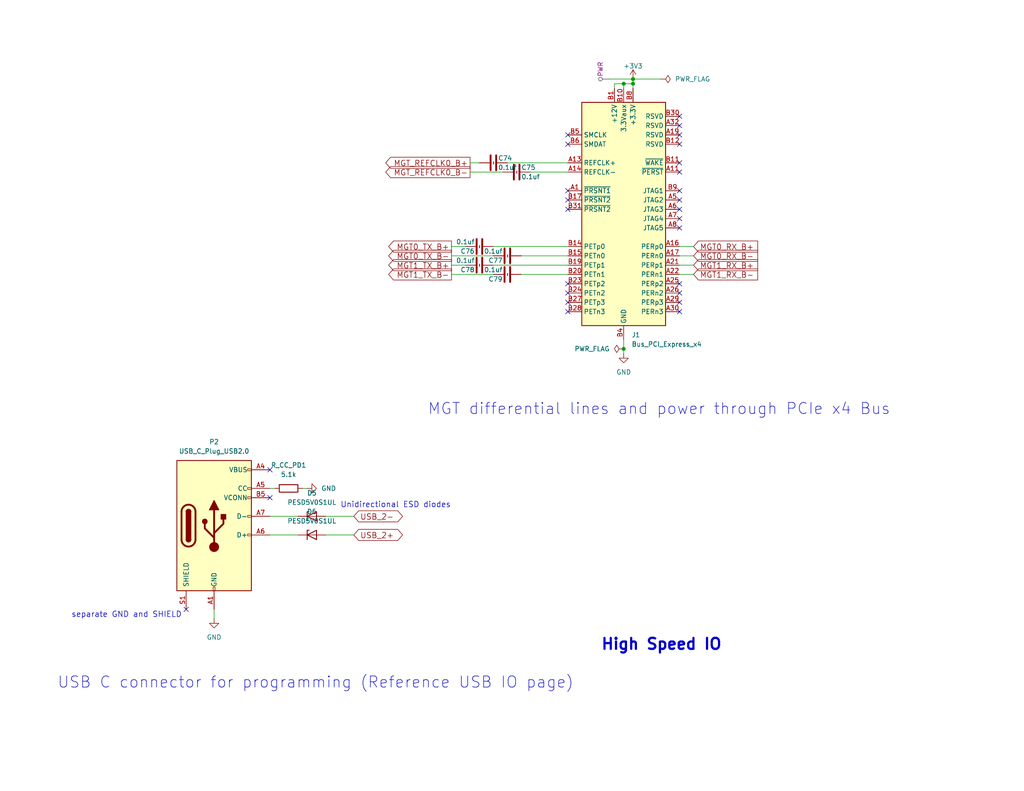
<source format=kicad_sch>
(kicad_sch
	(version 20250114)
	(generator "eeschema")
	(generator_version "9.0")
	(uuid "c0ad4323-d170-490e-a12e-3da4a15c9c0e")
	(paper "A")
	(title_block
		(title "hFPGA")
		(date "2025-09-16")
		(rev "D")
		(company "Ethan Yang (github.com/ethanyangtaco115) & Stanely Wang")
		(comment 1 "A modification of the PicoEVB (github.com/RHSResearchLLC/PicoEVB)")
		(comment 2 "An expansion")
	)
	(lib_symbols
		(symbol "+3V3_1"
			(power)
			(pin_names
				(offset 0)
			)
			(exclude_from_sim no)
			(in_bom yes)
			(on_board yes)
			(property "Reference" "#PWR"
				(at 0 -3.81 0)
				(effects
					(font
						(size 1.27 1.27)
					)
					(hide yes)
				)
			)
			(property "Value" "+3V3"
				(at 0 3.556 0)
				(effects
					(font
						(size 1.27 1.27)
					)
				)
			)
			(property "Footprint" ""
				(at 0 0 0)
				(effects
					(font
						(size 1.27 1.27)
					)
					(hide yes)
				)
			)
			(property "Datasheet" ""
				(at 0 0 0)
				(effects
					(font
						(size 1.27 1.27)
					)
					(hide yes)
				)
			)
			(property "Description" ""
				(at 0 0 0)
				(effects
					(font
						(size 1.27 1.27)
					)
					(hide yes)
				)
			)
			(property "Field5" ""
				(at 0 0 0)
				(effects
					(font
						(size 1.27 1.27)
					)
					(hide yes)
				)
			)
			(symbol "+3V3_1_0_1"
				(polyline
					(pts
						(xy -0.762 1.27) (xy 0 2.54)
					)
					(stroke
						(width 0)
						(type solid)
					)
					(fill
						(type none)
					)
				)
				(polyline
					(pts
						(xy 0 2.54) (xy 0.762 1.27)
					)
					(stroke
						(width 0)
						(type solid)
					)
					(fill
						(type none)
					)
				)
				(polyline
					(pts
						(xy 0 0) (xy 0 2.54)
					)
					(stroke
						(width 0)
						(type solid)
					)
					(fill
						(type none)
					)
				)
			)
			(symbol "+3V3_1_1_1"
				(pin power_in line
					(at 0 0 90)
					(length 0)
					(hide yes)
					(name "+3V3"
						(effects
							(font
								(size 1.27 1.27)
							)
						)
					)
					(number "1"
						(effects
							(font
								(size 1.27 1.27)
							)
						)
					)
				)
			)
			(embedded_fonts no)
		)
		(symbol "+3V3_2"
			(power)
			(pin_names
				(offset 0)
			)
			(exclude_from_sim no)
			(in_bom yes)
			(on_board yes)
			(property "Reference" "#PWR017"
				(at 0 -3.81 0)
				(effects
					(font
						(size 1.27 1.27)
					)
					(hide yes)
				)
			)
			(property "Value" "+3V3"
				(at 0 3.556 0)
				(effects
					(font
						(size 1.27 1.27)
					)
				)
			)
			(property "Footprint" ""
				(at 0 0 0)
				(effects
					(font
						(size 1.27 1.27)
					)
				)
			)
			(property "Datasheet" ""
				(at 0 0 0)
				(effects
					(font
						(size 1.27 1.27)
					)
				)
			)
			(property "Description" ""
				(at 0 0 0)
				(effects
					(font
						(size 1.27 1.27)
					)
				)
			)
			(symbol "+3V3_2_0_1"
				(polyline
					(pts
						(xy -0.762 1.27) (xy 0 2.54)
					)
					(stroke
						(width 0)
						(type solid)
					)
					(fill
						(type none)
					)
				)
				(polyline
					(pts
						(xy 0 2.54) (xy 0.762 1.27)
					)
					(stroke
						(width 0)
						(type solid)
					)
					(fill
						(type none)
					)
				)
				(polyline
					(pts
						(xy 0 0) (xy 0 2.54)
					)
					(stroke
						(width 0)
						(type solid)
					)
					(fill
						(type none)
					)
				)
			)
			(symbol "+3V3_2_1_1"
				(pin power_in line
					(at 0 0 90)
					(length 0)
					(hide yes)
					(name "+3V3"
						(effects
							(font
								(size 1.27 1.27)
							)
						)
					)
					(number "1"
						(effects
							(font
								(size 1.27 1.27)
							)
						)
					)
				)
			)
			(embedded_fonts no)
		)
		(symbol "C_1"
			(pin_numbers
				(hide yes)
			)
			(pin_names
				(offset 0.254)
			)
			(exclude_from_sim no)
			(in_bom yes)
			(on_board yes)
			(property "Reference" "C"
				(at 0.635 2.54 0)
				(effects
					(font
						(size 1.27 1.27)
					)
					(justify left)
				)
			)
			(property "Value" "C"
				(at 0.635 -2.54 0)
				(effects
					(font
						(size 1.27 1.27)
					)
					(justify left)
				)
			)
			(property "Footprint" ""
				(at 0.9652 -3.81 0)
				(effects
					(font
						(size 1.27 1.27)
					)
					(hide yes)
				)
			)
			(property "Datasheet" ""
				(at 0 0 0)
				(effects
					(font
						(size 1.27 1.27)
					)
					(hide yes)
				)
			)
			(property "Description" ""
				(at 0 0 0)
				(effects
					(font
						(size 1.27 1.27)
					)
					(hide yes)
				)
			)
			(property "Field5" ""
				(at 0 0 0)
				(effects
					(font
						(size 1.27 1.27)
					)
					(hide yes)
				)
			)
			(property "ki_fp_filters" "C_*"
				(at 0 0 0)
				(effects
					(font
						(size 1.27 1.27)
					)
					(hide yes)
				)
			)
			(symbol "C_1_0_1"
				(polyline
					(pts
						(xy -2.032 0.762) (xy 2.032 0.762)
					)
					(stroke
						(width 0.508)
						(type solid)
					)
					(fill
						(type none)
					)
				)
				(polyline
					(pts
						(xy -2.032 -0.762) (xy 2.032 -0.762)
					)
					(stroke
						(width 0.508)
						(type solid)
					)
					(fill
						(type none)
					)
				)
			)
			(symbol "C_1_1_1"
				(pin passive line
					(at 0 3.81 270)
					(length 2.794)
					(name "~"
						(effects
							(font
								(size 1.27 1.27)
							)
						)
					)
					(number "1"
						(effects
							(font
								(size 1.27 1.27)
							)
						)
					)
				)
				(pin passive line
					(at 0 -3.81 90)
					(length 2.794)
					(name "~"
						(effects
							(font
								(size 1.27 1.27)
							)
						)
					)
					(number "2"
						(effects
							(font
								(size 1.27 1.27)
							)
						)
					)
				)
			)
			(embedded_fonts no)
		)
		(symbol "C_2"
			(pin_numbers
				(hide yes)
			)
			(pin_names
				(offset 0.254)
			)
			(exclude_from_sim no)
			(in_bom yes)
			(on_board yes)
			(property "Reference" "C"
				(at 0.635 2.54 0)
				(effects
					(font
						(size 1.27 1.27)
					)
					(justify left)
				)
			)
			(property "Value" "C"
				(at 0.635 -2.54 0)
				(effects
					(font
						(size 1.27 1.27)
					)
					(justify left)
				)
			)
			(property "Footprint" ""
				(at 0.9652 -3.81 0)
				(effects
					(font
						(size 1.27 1.27)
					)
					(hide yes)
				)
			)
			(property "Datasheet" ""
				(at 0 0 0)
				(effects
					(font
						(size 1.27 1.27)
					)
					(hide yes)
				)
			)
			(property "Description" ""
				(at 0 0 0)
				(effects
					(font
						(size 1.27 1.27)
					)
					(hide yes)
				)
			)
			(property "Field5" ""
				(at 0 0 0)
				(effects
					(font
						(size 1.27 1.27)
					)
					(hide yes)
				)
			)
			(property "ki_fp_filters" "C_*"
				(at 0 0 0)
				(effects
					(font
						(size 1.27 1.27)
					)
					(hide yes)
				)
			)
			(symbol "C_2_0_1"
				(polyline
					(pts
						(xy -2.032 0.762) (xy 2.032 0.762)
					)
					(stroke
						(width 0.508)
						(type solid)
					)
					(fill
						(type none)
					)
				)
				(polyline
					(pts
						(xy -2.032 -0.762) (xy 2.032 -0.762)
					)
					(stroke
						(width 0.508)
						(type solid)
					)
					(fill
						(type none)
					)
				)
			)
			(symbol "C_2_1_1"
				(pin passive line
					(at 0 3.81 270)
					(length 2.794)
					(name "~"
						(effects
							(font
								(size 1.27 1.27)
							)
						)
					)
					(number "1"
						(effects
							(font
								(size 1.27 1.27)
							)
						)
					)
				)
				(pin passive line
					(at 0 -3.81 90)
					(length 2.794)
					(name "~"
						(effects
							(font
								(size 1.27 1.27)
							)
						)
					)
					(number "2"
						(effects
							(font
								(size 1.27 1.27)
							)
						)
					)
				)
			)
			(embedded_fonts no)
		)
		(symbol "C_3"
			(pin_numbers
				(hide yes)
			)
			(pin_names
				(offset 0.254)
			)
			(exclude_from_sim no)
			(in_bom yes)
			(on_board yes)
			(property "Reference" "C"
				(at 0.635 2.54 0)
				(effects
					(font
						(size 1.27 1.27)
					)
					(justify left)
				)
			)
			(property "Value" "C"
				(at 0.635 -2.54 0)
				(effects
					(font
						(size 1.27 1.27)
					)
					(justify left)
				)
			)
			(property "Footprint" ""
				(at 0.9652 -3.81 0)
				(effects
					(font
						(size 1.27 1.27)
					)
					(hide yes)
				)
			)
			(property "Datasheet" ""
				(at 0 0 0)
				(effects
					(font
						(size 1.27 1.27)
					)
					(hide yes)
				)
			)
			(property "Description" ""
				(at 0 0 0)
				(effects
					(font
						(size 1.27 1.27)
					)
					(hide yes)
				)
			)
			(property "Field5" ""
				(at 0 0 0)
				(effects
					(font
						(size 1.27 1.27)
					)
					(hide yes)
				)
			)
			(property "ki_fp_filters" "C_*"
				(at 0 0 0)
				(effects
					(font
						(size 1.27 1.27)
					)
					(hide yes)
				)
			)
			(symbol "C_3_0_1"
				(polyline
					(pts
						(xy -2.032 0.762) (xy 2.032 0.762)
					)
					(stroke
						(width 0.508)
						(type solid)
					)
					(fill
						(type none)
					)
				)
				(polyline
					(pts
						(xy -2.032 -0.762) (xy 2.032 -0.762)
					)
					(stroke
						(width 0.508)
						(type solid)
					)
					(fill
						(type none)
					)
				)
			)
			(symbol "C_3_1_1"
				(pin passive line
					(at 0 3.81 270)
					(length 2.794)
					(name "~"
						(effects
							(font
								(size 1.27 1.27)
							)
						)
					)
					(number "1"
						(effects
							(font
								(size 1.27 1.27)
							)
						)
					)
				)
				(pin passive line
					(at 0 -3.81 90)
					(length 2.794)
					(name "~"
						(effects
							(font
								(size 1.27 1.27)
							)
						)
					)
					(number "2"
						(effects
							(font
								(size 1.27 1.27)
							)
						)
					)
				)
			)
			(embedded_fonts no)
		)
		(symbol "C_4"
			(pin_numbers
				(hide yes)
			)
			(pin_names
				(offset 0.254)
			)
			(exclude_from_sim no)
			(in_bom yes)
			(on_board yes)
			(property "Reference" "C"
				(at 0.635 2.54 0)
				(effects
					(font
						(size 1.27 1.27)
					)
					(justify left)
				)
			)
			(property "Value" "C"
				(at 0.635 -2.54 0)
				(effects
					(font
						(size 1.27 1.27)
					)
					(justify left)
				)
			)
			(property "Footprint" ""
				(at 0.9652 -3.81 0)
				(effects
					(font
						(size 1.27 1.27)
					)
					(hide yes)
				)
			)
			(property "Datasheet" ""
				(at 0 0 0)
				(effects
					(font
						(size 1.27 1.27)
					)
					(hide yes)
				)
			)
			(property "Description" ""
				(at 0 0 0)
				(effects
					(font
						(size 1.27 1.27)
					)
					(hide yes)
				)
			)
			(property "Field5" ""
				(at 0 0 0)
				(effects
					(font
						(size 1.27 1.27)
					)
					(hide yes)
				)
			)
			(property "ki_fp_filters" "C_*"
				(at 0 0 0)
				(effects
					(font
						(size 1.27 1.27)
					)
					(hide yes)
				)
			)
			(symbol "C_4_0_1"
				(polyline
					(pts
						(xy -2.032 0.762) (xy 2.032 0.762)
					)
					(stroke
						(width 0.508)
						(type solid)
					)
					(fill
						(type none)
					)
				)
				(polyline
					(pts
						(xy -2.032 -0.762) (xy 2.032 -0.762)
					)
					(stroke
						(width 0.508)
						(type solid)
					)
					(fill
						(type none)
					)
				)
			)
			(symbol "C_4_1_1"
				(pin passive line
					(at 0 3.81 270)
					(length 2.794)
					(name "~"
						(effects
							(font
								(size 1.27 1.27)
							)
						)
					)
					(number "1"
						(effects
							(font
								(size 1.27 1.27)
							)
						)
					)
				)
				(pin passive line
					(at 0 -3.81 90)
					(length 2.794)
					(name "~"
						(effects
							(font
								(size 1.27 1.27)
							)
						)
					)
					(number "2"
						(effects
							(font
								(size 1.27 1.27)
							)
						)
					)
				)
			)
			(embedded_fonts no)
		)
		(symbol "C_5"
			(pin_numbers
				(hide yes)
			)
			(pin_names
				(offset 0.254)
			)
			(exclude_from_sim no)
			(in_bom yes)
			(on_board yes)
			(property "Reference" "C"
				(at 0.635 2.54 0)
				(effects
					(font
						(size 1.27 1.27)
					)
					(justify left)
				)
			)
			(property "Value" "C"
				(at 0.635 -2.54 0)
				(effects
					(font
						(size 1.27 1.27)
					)
					(justify left)
				)
			)
			(property "Footprint" ""
				(at 0.9652 -3.81 0)
				(effects
					(font
						(size 1.27 1.27)
					)
					(hide yes)
				)
			)
			(property "Datasheet" ""
				(at 0 0 0)
				(effects
					(font
						(size 1.27 1.27)
					)
					(hide yes)
				)
			)
			(property "Description" ""
				(at 0 0 0)
				(effects
					(font
						(size 1.27 1.27)
					)
					(hide yes)
				)
			)
			(property "Field5" ""
				(at 0 0 0)
				(effects
					(font
						(size 1.27 1.27)
					)
					(hide yes)
				)
			)
			(property "ki_fp_filters" "C_*"
				(at 0 0 0)
				(effects
					(font
						(size 1.27 1.27)
					)
					(hide yes)
				)
			)
			(symbol "C_5_0_1"
				(polyline
					(pts
						(xy -2.032 0.762) (xy 2.032 0.762)
					)
					(stroke
						(width 0.508)
						(type solid)
					)
					(fill
						(type none)
					)
				)
				(polyline
					(pts
						(xy -2.032 -0.762) (xy 2.032 -0.762)
					)
					(stroke
						(width 0.508)
						(type solid)
					)
					(fill
						(type none)
					)
				)
			)
			(symbol "C_5_1_1"
				(pin passive line
					(at 0 3.81 270)
					(length 2.794)
					(name "~"
						(effects
							(font
								(size 1.27 1.27)
							)
						)
					)
					(number "1"
						(effects
							(font
								(size 1.27 1.27)
							)
						)
					)
				)
				(pin passive line
					(at 0 -3.81 90)
					(length 2.794)
					(name "~"
						(effects
							(font
								(size 1.27 1.27)
							)
						)
					)
					(number "2"
						(effects
							(font
								(size 1.27 1.27)
							)
						)
					)
				)
			)
			(embedded_fonts no)
		)
		(symbol "C_6"
			(pin_numbers
				(hide yes)
			)
			(pin_names
				(offset 0.254)
			)
			(exclude_from_sim no)
			(in_bom yes)
			(on_board yes)
			(property "Reference" "C"
				(at 0.635 2.54 0)
				(effects
					(font
						(size 1.27 1.27)
					)
					(justify left)
				)
			)
			(property "Value" "C"
				(at 0.635 -2.54 0)
				(effects
					(font
						(size 1.27 1.27)
					)
					(justify left)
				)
			)
			(property "Footprint" ""
				(at 0.9652 -3.81 0)
				(effects
					(font
						(size 1.27 1.27)
					)
					(hide yes)
				)
			)
			(property "Datasheet" ""
				(at 0 0 0)
				(effects
					(font
						(size 1.27 1.27)
					)
					(hide yes)
				)
			)
			(property "Description" ""
				(at 0 0 0)
				(effects
					(font
						(size 1.27 1.27)
					)
					(hide yes)
				)
			)
			(property "Field5" ""
				(at 0 0 0)
				(effects
					(font
						(size 1.27 1.27)
					)
					(hide yes)
				)
			)
			(property "ki_fp_filters" "C_*"
				(at 0 0 0)
				(effects
					(font
						(size 1.27 1.27)
					)
					(hide yes)
				)
			)
			(symbol "C_6_0_1"
				(polyline
					(pts
						(xy -2.032 0.762) (xy 2.032 0.762)
					)
					(stroke
						(width 0.508)
						(type solid)
					)
					(fill
						(type none)
					)
				)
				(polyline
					(pts
						(xy -2.032 -0.762) (xy 2.032 -0.762)
					)
					(stroke
						(width 0.508)
						(type solid)
					)
					(fill
						(type none)
					)
				)
			)
			(symbol "C_6_1_1"
				(pin passive line
					(at 0 3.81 270)
					(length 2.794)
					(name "~"
						(effects
							(font
								(size 1.27 1.27)
							)
						)
					)
					(number "1"
						(effects
							(font
								(size 1.27 1.27)
							)
						)
					)
				)
				(pin passive line
					(at 0 -3.81 90)
					(length 2.794)
					(name "~"
						(effects
							(font
								(size 1.27 1.27)
							)
						)
					)
					(number "2"
						(effects
							(font
								(size 1.27 1.27)
							)
						)
					)
				)
			)
			(embedded_fonts no)
		)
		(symbol "C_7"
			(pin_numbers
				(hide yes)
			)
			(pin_names
				(offset 0.254)
			)
			(exclude_from_sim no)
			(in_bom yes)
			(on_board yes)
			(property "Reference" "C"
				(at 0.635 2.54 0)
				(effects
					(font
						(size 1.27 1.27)
					)
					(justify left)
				)
			)
			(property "Value" "C"
				(at 0.635 -2.54 0)
				(effects
					(font
						(size 1.27 1.27)
					)
					(justify left)
				)
			)
			(property "Footprint" ""
				(at 0.9652 -3.81 0)
				(effects
					(font
						(size 1.27 1.27)
					)
					(hide yes)
				)
			)
			(property "Datasheet" ""
				(at 0 0 0)
				(effects
					(font
						(size 1.27 1.27)
					)
					(hide yes)
				)
			)
			(property "Description" ""
				(at 0 0 0)
				(effects
					(font
						(size 1.27 1.27)
					)
					(hide yes)
				)
			)
			(property "Field5" ""
				(at 0 0 0)
				(effects
					(font
						(size 1.27 1.27)
					)
					(hide yes)
				)
			)
			(property "ki_fp_filters" "C_*"
				(at 0 0 0)
				(effects
					(font
						(size 1.27 1.27)
					)
					(hide yes)
				)
			)
			(symbol "C_7_0_1"
				(polyline
					(pts
						(xy -2.032 0.762) (xy 2.032 0.762)
					)
					(stroke
						(width 0.508)
						(type solid)
					)
					(fill
						(type none)
					)
				)
				(polyline
					(pts
						(xy -2.032 -0.762) (xy 2.032 -0.762)
					)
					(stroke
						(width 0.508)
						(type solid)
					)
					(fill
						(type none)
					)
				)
			)
			(symbol "C_7_1_1"
				(pin passive line
					(at 0 3.81 270)
					(length 2.794)
					(name "~"
						(effects
							(font
								(size 1.27 1.27)
							)
						)
					)
					(number "1"
						(effects
							(font
								(size 1.27 1.27)
							)
						)
					)
				)
				(pin passive line
					(at 0 -3.81 90)
					(length 2.794)
					(name "~"
						(effects
							(font
								(size 1.27 1.27)
							)
						)
					)
					(number "2"
						(effects
							(font
								(size 1.27 1.27)
							)
						)
					)
				)
			)
			(embedded_fonts no)
		)
		(symbol "C_8"
			(pin_numbers
				(hide yes)
			)
			(pin_names
				(offset 0.254)
			)
			(exclude_from_sim no)
			(in_bom yes)
			(on_board yes)
			(property "Reference" "C"
				(at 0.635 2.54 0)
				(effects
					(font
						(size 1.27 1.27)
					)
					(justify left)
				)
			)
			(property "Value" "C"
				(at 0.635 -2.54 0)
				(effects
					(font
						(size 1.27 1.27)
					)
					(justify left)
				)
			)
			(property "Footprint" ""
				(at 0.9652 -3.81 0)
				(effects
					(font
						(size 1.27 1.27)
					)
					(hide yes)
				)
			)
			(property "Datasheet" ""
				(at 0 0 0)
				(effects
					(font
						(size 1.27 1.27)
					)
					(hide yes)
				)
			)
			(property "Description" ""
				(at 0 0 0)
				(effects
					(font
						(size 1.27 1.27)
					)
					(hide yes)
				)
			)
			(property "Field5" ""
				(at 0 0 0)
				(effects
					(font
						(size 1.27 1.27)
					)
					(hide yes)
				)
			)
			(property "ki_fp_filters" "C_*"
				(at 0 0 0)
				(effects
					(font
						(size 1.27 1.27)
					)
					(hide yes)
				)
			)
			(symbol "C_8_0_1"
				(polyline
					(pts
						(xy -2.032 0.762) (xy 2.032 0.762)
					)
					(stroke
						(width 0.508)
						(type solid)
					)
					(fill
						(type none)
					)
				)
				(polyline
					(pts
						(xy -2.032 -0.762) (xy 2.032 -0.762)
					)
					(stroke
						(width 0.508)
						(type solid)
					)
					(fill
						(type none)
					)
				)
			)
			(symbol "C_8_1_1"
				(pin passive line
					(at 0 3.81 270)
					(length 2.794)
					(name "~"
						(effects
							(font
								(size 1.27 1.27)
							)
						)
					)
					(number "1"
						(effects
							(font
								(size 1.27 1.27)
							)
						)
					)
				)
				(pin passive line
					(at 0 -3.81 90)
					(length 2.794)
					(name "~"
						(effects
							(font
								(size 1.27 1.27)
							)
						)
					)
					(number "2"
						(effects
							(font
								(size 1.27 1.27)
							)
						)
					)
				)
			)
			(embedded_fonts no)
		)
		(symbol "Connector:Bus_PCI_Express_x4"
			(exclude_from_sim no)
			(in_bom yes)
			(on_board yes)
			(property "Reference" "J"
				(at -8.89 33.02 0)
				(effects
					(font
						(size 1.27 1.27)
					)
				)
			)
			(property "Value" "Bus_PCI_Express_x4"
				(at 12.7 33.02 0)
				(effects
					(font
						(size 1.27 1.27)
					)
				)
			)
			(property "Footprint" "Connector_PCBEdge:BUS_PCIexpress_x4"
				(at 0 -2.54 0)
				(effects
					(font
						(size 1.27 1.27)
					)
					(hide yes)
				)
			)
			(property "Datasheet" "http://www.ritrontek.com/uploadfile/2016/1026/20161026105231124.pdf#page=63"
				(at -6.35 -31.75 0)
				(effects
					(font
						(size 1.27 1.27)
					)
					(hide yes)
				)
			)
			(property "Description" "PCI Express bus connector x4"
				(at 0 0 0)
				(effects
					(font
						(size 1.27 1.27)
					)
					(hide yes)
				)
			)
			(property "ki_keywords" "pcie"
				(at 0 0 0)
				(effects
					(font
						(size 1.27 1.27)
					)
					(hide yes)
				)
			)
			(property "ki_fp_filters" "*PCIexpress*"
				(at 0 0 0)
				(effects
					(font
						(size 1.27 1.27)
					)
					(hide yes)
				)
			)
			(symbol "Bus_PCI_Express_x4_0_1"
				(rectangle
					(start -11.43 31.75)
					(end 11.43 -29.21)
					(stroke
						(width 0.254)
						(type default)
					)
					(fill
						(type background)
					)
				)
			)
			(symbol "Bus_PCI_Express_x4_1_1"
				(pin input line
					(at -15.24 22.86 0)
					(length 3.81)
					(name "SMCLK"
						(effects
							(font
								(size 1.27 1.27)
							)
						)
					)
					(number "B5"
						(effects
							(font
								(size 1.27 1.27)
							)
						)
					)
				)
				(pin bidirectional line
					(at -15.24 20.32 0)
					(length 3.81)
					(name "SMDAT"
						(effects
							(font
								(size 1.27 1.27)
							)
						)
					)
					(number "B6"
						(effects
							(font
								(size 1.27 1.27)
							)
						)
					)
				)
				(pin input line
					(at -15.24 15.24 0)
					(length 3.81)
					(name "REFCLK+"
						(effects
							(font
								(size 1.27 1.27)
							)
						)
					)
					(number "A13"
						(effects
							(font
								(size 1.27 1.27)
							)
						)
					)
				)
				(pin input line
					(at -15.24 12.7 0)
					(length 3.81)
					(name "REFCLK-"
						(effects
							(font
								(size 1.27 1.27)
							)
						)
					)
					(number "A14"
						(effects
							(font
								(size 1.27 1.27)
							)
						)
					)
				)
				(pin passive line
					(at -15.24 7.62 0)
					(length 3.81)
					(name "~{PRSNT1}"
						(effects
							(font
								(size 1.27 1.27)
							)
						)
					)
					(number "A1"
						(effects
							(font
								(size 1.27 1.27)
							)
						)
					)
				)
				(pin passive line
					(at -15.24 5.08 0)
					(length 3.81)
					(name "~{PRSNT2}"
						(effects
							(font
								(size 1.27 1.27)
							)
						)
					)
					(number "B17"
						(effects
							(font
								(size 1.27 1.27)
							)
						)
					)
				)
				(pin passive line
					(at -15.24 2.54 0)
					(length 3.81)
					(name "~{PRSNT2}"
						(effects
							(font
								(size 1.27 1.27)
							)
						)
					)
					(number "B31"
						(effects
							(font
								(size 1.27 1.27)
							)
						)
					)
				)
				(pin input line
					(at -15.24 -7.62 0)
					(length 3.81)
					(name "PETp0"
						(effects
							(font
								(size 1.27 1.27)
							)
						)
					)
					(number "B14"
						(effects
							(font
								(size 1.27 1.27)
							)
						)
					)
				)
				(pin input line
					(at -15.24 -10.16 0)
					(length 3.81)
					(name "PETn0"
						(effects
							(font
								(size 1.27 1.27)
							)
						)
					)
					(number "B15"
						(effects
							(font
								(size 1.27 1.27)
							)
						)
					)
				)
				(pin input line
					(at -15.24 -12.7 0)
					(length 3.81)
					(name "PETp1"
						(effects
							(font
								(size 1.27 1.27)
							)
						)
					)
					(number "B19"
						(effects
							(font
								(size 1.27 1.27)
							)
						)
					)
				)
				(pin input line
					(at -15.24 -15.24 0)
					(length 3.81)
					(name "PETn1"
						(effects
							(font
								(size 1.27 1.27)
							)
						)
					)
					(number "B20"
						(effects
							(font
								(size 1.27 1.27)
							)
						)
					)
				)
				(pin input line
					(at -15.24 -17.78 0)
					(length 3.81)
					(name "PETp2"
						(effects
							(font
								(size 1.27 1.27)
							)
						)
					)
					(number "B23"
						(effects
							(font
								(size 1.27 1.27)
							)
						)
					)
				)
				(pin input line
					(at -15.24 -20.32 0)
					(length 3.81)
					(name "PETn2"
						(effects
							(font
								(size 1.27 1.27)
							)
						)
					)
					(number "B24"
						(effects
							(font
								(size 1.27 1.27)
							)
						)
					)
				)
				(pin input line
					(at -15.24 -22.86 0)
					(length 3.81)
					(name "PETp3"
						(effects
							(font
								(size 1.27 1.27)
							)
						)
					)
					(number "B27"
						(effects
							(font
								(size 1.27 1.27)
							)
						)
					)
				)
				(pin input line
					(at -15.24 -25.4 0)
					(length 3.81)
					(name "PETn3"
						(effects
							(font
								(size 1.27 1.27)
							)
						)
					)
					(number "B28"
						(effects
							(font
								(size 1.27 1.27)
							)
						)
					)
				)
				(pin passive line
					(at -2.54 35.56 270)
					(length 3.81)
					(hide yes)
					(name "+12V"
						(effects
							(font
								(size 1.27 1.27)
							)
						)
					)
					(number "A2"
						(effects
							(font
								(size 1.27 1.27)
							)
						)
					)
				)
				(pin passive line
					(at -2.54 35.56 270)
					(length 3.81)
					(hide yes)
					(name "+12V"
						(effects
							(font
								(size 1.27 1.27)
							)
						)
					)
					(number "A3"
						(effects
							(font
								(size 1.27 1.27)
							)
						)
					)
				)
				(pin power_in line
					(at -2.54 35.56 270)
					(length 3.81)
					(name "+12V"
						(effects
							(font
								(size 1.27 1.27)
							)
						)
					)
					(number "B1"
						(effects
							(font
								(size 1.27 1.27)
							)
						)
					)
				)
				(pin passive line
					(at -2.54 35.56 270)
					(length 3.81)
					(hide yes)
					(name "+12V"
						(effects
							(font
								(size 1.27 1.27)
							)
						)
					)
					(number "B2"
						(effects
							(font
								(size 1.27 1.27)
							)
						)
					)
				)
				(pin passive line
					(at -2.54 35.56 270)
					(length 3.81)
					(hide yes)
					(name "+12V"
						(effects
							(font
								(size 1.27 1.27)
							)
						)
					)
					(number "B3"
						(effects
							(font
								(size 1.27 1.27)
							)
						)
					)
				)
				(pin power_in line
					(at 0 35.56 270)
					(length 3.81)
					(name "3.3Vaux"
						(effects
							(font
								(size 1.27 1.27)
							)
						)
					)
					(number "B10"
						(effects
							(font
								(size 1.27 1.27)
							)
						)
					)
				)
				(pin passive line
					(at 0 -33.02 90)
					(length 3.81)
					(hide yes)
					(name "GND"
						(effects
							(font
								(size 1.27 1.27)
							)
						)
					)
					(number "A12"
						(effects
							(font
								(size 1.27 1.27)
							)
						)
					)
				)
				(pin passive line
					(at 0 -33.02 90)
					(length 3.81)
					(hide yes)
					(name "GND"
						(effects
							(font
								(size 1.27 1.27)
							)
						)
					)
					(number "A15"
						(effects
							(font
								(size 1.27 1.27)
							)
						)
					)
				)
				(pin passive line
					(at 0 -33.02 90)
					(length 3.81)
					(hide yes)
					(name "GND"
						(effects
							(font
								(size 1.27 1.27)
							)
						)
					)
					(number "A18"
						(effects
							(font
								(size 1.27 1.27)
							)
						)
					)
				)
				(pin passive line
					(at 0 -33.02 90)
					(length 3.81)
					(hide yes)
					(name "GND"
						(effects
							(font
								(size 1.27 1.27)
							)
						)
					)
					(number "A20"
						(effects
							(font
								(size 1.27 1.27)
							)
						)
					)
				)
				(pin passive line
					(at 0 -33.02 90)
					(length 3.81)
					(hide yes)
					(name "GND"
						(effects
							(font
								(size 1.27 1.27)
							)
						)
					)
					(number "A23"
						(effects
							(font
								(size 1.27 1.27)
							)
						)
					)
				)
				(pin passive line
					(at 0 -33.02 90)
					(length 3.81)
					(hide yes)
					(name "GND"
						(effects
							(font
								(size 1.27 1.27)
							)
						)
					)
					(number "A24"
						(effects
							(font
								(size 1.27 1.27)
							)
						)
					)
				)
				(pin passive line
					(at 0 -33.02 90)
					(length 3.81)
					(hide yes)
					(name "GND"
						(effects
							(font
								(size 1.27 1.27)
							)
						)
					)
					(number "A27"
						(effects
							(font
								(size 1.27 1.27)
							)
						)
					)
				)
				(pin passive line
					(at 0 -33.02 90)
					(length 3.81)
					(hide yes)
					(name "GND"
						(effects
							(font
								(size 1.27 1.27)
							)
						)
					)
					(number "A28"
						(effects
							(font
								(size 1.27 1.27)
							)
						)
					)
				)
				(pin passive line
					(at 0 -33.02 90)
					(length 3.81)
					(hide yes)
					(name "GND"
						(effects
							(font
								(size 1.27 1.27)
							)
						)
					)
					(number "A31"
						(effects
							(font
								(size 1.27 1.27)
							)
						)
					)
				)
				(pin passive line
					(at 0 -33.02 90)
					(length 3.81)
					(hide yes)
					(name "GND"
						(effects
							(font
								(size 1.27 1.27)
							)
						)
					)
					(number "A4"
						(effects
							(font
								(size 1.27 1.27)
							)
						)
					)
				)
				(pin passive line
					(at 0 -33.02 90)
					(length 3.81)
					(hide yes)
					(name "GND"
						(effects
							(font
								(size 1.27 1.27)
							)
						)
					)
					(number "B13"
						(effects
							(font
								(size 1.27 1.27)
							)
						)
					)
				)
				(pin passive line
					(at 0 -33.02 90)
					(length 3.81)
					(hide yes)
					(name "GND"
						(effects
							(font
								(size 1.27 1.27)
							)
						)
					)
					(number "B16"
						(effects
							(font
								(size 1.27 1.27)
							)
						)
					)
				)
				(pin passive line
					(at 0 -33.02 90)
					(length 3.81)
					(hide yes)
					(name "GND"
						(effects
							(font
								(size 1.27 1.27)
							)
						)
					)
					(number "B18"
						(effects
							(font
								(size 1.27 1.27)
							)
						)
					)
				)
				(pin passive line
					(at 0 -33.02 90)
					(length 3.81)
					(hide yes)
					(name "GND"
						(effects
							(font
								(size 1.27 1.27)
							)
						)
					)
					(number "B21"
						(effects
							(font
								(size 1.27 1.27)
							)
						)
					)
				)
				(pin passive line
					(at 0 -33.02 90)
					(length 3.81)
					(hide yes)
					(name "GND"
						(effects
							(font
								(size 1.27 1.27)
							)
						)
					)
					(number "B22"
						(effects
							(font
								(size 1.27 1.27)
							)
						)
					)
				)
				(pin passive line
					(at 0 -33.02 90)
					(length 3.81)
					(hide yes)
					(name "GND"
						(effects
							(font
								(size 1.27 1.27)
							)
						)
					)
					(number "B25"
						(effects
							(font
								(size 1.27 1.27)
							)
						)
					)
				)
				(pin passive line
					(at 0 -33.02 90)
					(length 3.81)
					(hide yes)
					(name "GND"
						(effects
							(font
								(size 1.27 1.27)
							)
						)
					)
					(number "B26"
						(effects
							(font
								(size 1.27 1.27)
							)
						)
					)
				)
				(pin passive line
					(at 0 -33.02 90)
					(length 3.81)
					(hide yes)
					(name "GND"
						(effects
							(font
								(size 1.27 1.27)
							)
						)
					)
					(number "B29"
						(effects
							(font
								(size 1.27 1.27)
							)
						)
					)
				)
				(pin passive line
					(at 0 -33.02 90)
					(length 3.81)
					(hide yes)
					(name "GND"
						(effects
							(font
								(size 1.27 1.27)
							)
						)
					)
					(number "B32"
						(effects
							(font
								(size 1.27 1.27)
							)
						)
					)
				)
				(pin power_in line
					(at 0 -33.02 90)
					(length 3.81)
					(name "GND"
						(effects
							(font
								(size 1.27 1.27)
							)
						)
					)
					(number "B4"
						(effects
							(font
								(size 1.27 1.27)
							)
						)
					)
				)
				(pin passive line
					(at 0 -33.02 90)
					(length 3.81)
					(hide yes)
					(name "GND"
						(effects
							(font
								(size 1.27 1.27)
							)
						)
					)
					(number "B7"
						(effects
							(font
								(size 1.27 1.27)
							)
						)
					)
				)
				(pin passive line
					(at 2.54 35.56 270)
					(length 3.81)
					(hide yes)
					(name "+3.3V"
						(effects
							(font
								(size 1.27 1.27)
							)
						)
					)
					(number "A10"
						(effects
							(font
								(size 1.27 1.27)
							)
						)
					)
				)
				(pin passive line
					(at 2.54 35.56 270)
					(length 3.81)
					(hide yes)
					(name "+3.3V"
						(effects
							(font
								(size 1.27 1.27)
							)
						)
					)
					(number "A9"
						(effects
							(font
								(size 1.27 1.27)
							)
						)
					)
				)
				(pin power_in line
					(at 2.54 35.56 270)
					(length 3.81)
					(name "+3.3V"
						(effects
							(font
								(size 1.27 1.27)
							)
						)
					)
					(number "B8"
						(effects
							(font
								(size 1.27 1.27)
							)
						)
					)
				)
				(pin passive line
					(at 15.24 27.94 180)
					(length 3.81)
					(name "RSVD"
						(effects
							(font
								(size 1.27 1.27)
							)
						)
					)
					(number "B30"
						(effects
							(font
								(size 1.27 1.27)
							)
						)
					)
				)
				(pin passive line
					(at 15.24 25.4 180)
					(length 3.81)
					(name "RSVD"
						(effects
							(font
								(size 1.27 1.27)
							)
						)
					)
					(number "A32"
						(effects
							(font
								(size 1.27 1.27)
							)
						)
					)
				)
				(pin passive line
					(at 15.24 22.86 180)
					(length 3.81)
					(name "RSVD"
						(effects
							(font
								(size 1.27 1.27)
							)
						)
					)
					(number "A19"
						(effects
							(font
								(size 1.27 1.27)
							)
						)
					)
				)
				(pin passive line
					(at 15.24 20.32 180)
					(length 3.81)
					(name "RSVD"
						(effects
							(font
								(size 1.27 1.27)
							)
						)
					)
					(number "B12"
						(effects
							(font
								(size 1.27 1.27)
							)
						)
					)
				)
				(pin open_collector line
					(at 15.24 15.24 180)
					(length 3.81)
					(name "~{WAKE}"
						(effects
							(font
								(size 1.27 1.27)
							)
						)
					)
					(number "B11"
						(effects
							(font
								(size 1.27 1.27)
							)
						)
					)
				)
				(pin input line
					(at 15.24 12.7 180)
					(length 3.81)
					(name "~{PERST}"
						(effects
							(font
								(size 1.27 1.27)
							)
						)
					)
					(number "A11"
						(effects
							(font
								(size 1.27 1.27)
							)
						)
					)
				)
				(pin input line
					(at 15.24 7.62 180)
					(length 3.81)
					(name "JTAG1"
						(effects
							(font
								(size 1.27 1.27)
							)
						)
					)
					(number "B9"
						(effects
							(font
								(size 1.27 1.27)
							)
						)
					)
				)
				(pin input line
					(at 15.24 5.08 180)
					(length 3.81)
					(name "JTAG2"
						(effects
							(font
								(size 1.27 1.27)
							)
						)
					)
					(number "A5"
						(effects
							(font
								(size 1.27 1.27)
							)
						)
					)
				)
				(pin input line
					(at 15.24 2.54 180)
					(length 3.81)
					(name "JTAG3"
						(effects
							(font
								(size 1.27 1.27)
							)
						)
					)
					(number "A6"
						(effects
							(font
								(size 1.27 1.27)
							)
						)
					)
				)
				(pin output line
					(at 15.24 0 180)
					(length 3.81)
					(name "JTAG4"
						(effects
							(font
								(size 1.27 1.27)
							)
						)
					)
					(number "A7"
						(effects
							(font
								(size 1.27 1.27)
							)
						)
					)
				)
				(pin input line
					(at 15.24 -2.54 180)
					(length 3.81)
					(name "JTAG5"
						(effects
							(font
								(size 1.27 1.27)
							)
						)
					)
					(number "A8"
						(effects
							(font
								(size 1.27 1.27)
							)
						)
					)
				)
				(pin output line
					(at 15.24 -7.62 180)
					(length 3.81)
					(name "PERp0"
						(effects
							(font
								(size 1.27 1.27)
							)
						)
					)
					(number "A16"
						(effects
							(font
								(size 1.27 1.27)
							)
						)
					)
				)
				(pin output line
					(at 15.24 -10.16 180)
					(length 3.81)
					(name "PERn0"
						(effects
							(font
								(size 1.27 1.27)
							)
						)
					)
					(number "A17"
						(effects
							(font
								(size 1.27 1.27)
							)
						)
					)
				)
				(pin output line
					(at 15.24 -12.7 180)
					(length 3.81)
					(name "PERp1"
						(effects
							(font
								(size 1.27 1.27)
							)
						)
					)
					(number "A21"
						(effects
							(font
								(size 1.27 1.27)
							)
						)
					)
				)
				(pin output line
					(at 15.24 -15.24 180)
					(length 3.81)
					(name "PERn1"
						(effects
							(font
								(size 1.27 1.27)
							)
						)
					)
					(number "A22"
						(effects
							(font
								(size 1.27 1.27)
							)
						)
					)
				)
				(pin output line
					(at 15.24 -17.78 180)
					(length 3.81)
					(name "PERp2"
						(effects
							(font
								(size 1.27 1.27)
							)
						)
					)
					(number "A25"
						(effects
							(font
								(size 1.27 1.27)
							)
						)
					)
				)
				(pin output line
					(at 15.24 -20.32 180)
					(length 3.81)
					(name "PERn2"
						(effects
							(font
								(size 1.27 1.27)
							)
						)
					)
					(number "A26"
						(effects
							(font
								(size 1.27 1.27)
							)
						)
					)
				)
				(pin output line
					(at 15.24 -22.86 180)
					(length 3.81)
					(name "PERp3"
						(effects
							(font
								(size 1.27 1.27)
							)
						)
					)
					(number "A29"
						(effects
							(font
								(size 1.27 1.27)
							)
						)
					)
				)
				(pin output line
					(at 15.24 -25.4 180)
					(length 3.81)
					(name "PERn3"
						(effects
							(font
								(size 1.27 1.27)
							)
						)
					)
					(number "A30"
						(effects
							(font
								(size 1.27 1.27)
							)
						)
					)
				)
			)
			(embedded_fonts no)
		)
		(symbol "Connector:USB_C_Plug_USB2.0"
			(pin_names
				(offset 1.016)
			)
			(exclude_from_sim no)
			(in_bom yes)
			(on_board yes)
			(property "Reference" "P"
				(at -10.16 19.05 0)
				(effects
					(font
						(size 1.27 1.27)
					)
					(justify left)
				)
			)
			(property "Value" "USB_C_Plug_USB2.0"
				(at 12.7 19.05 0)
				(effects
					(font
						(size 1.27 1.27)
					)
					(justify right)
				)
			)
			(property "Footprint" ""
				(at 3.81 0 0)
				(effects
					(font
						(size 1.27 1.27)
					)
					(hide yes)
				)
			)
			(property "Datasheet" "https://www.usb.org/sites/default/files/documents/usb_type-c.zip"
				(at 3.81 0 0)
				(effects
					(font
						(size 1.27 1.27)
					)
					(hide yes)
				)
			)
			(property "Description" "USB 2.0-only Type-C Plug connector"
				(at 0 0 0)
				(effects
					(font
						(size 1.27 1.27)
					)
					(hide yes)
				)
			)
			(property "ki_keywords" "usb universal serial bus type-C USB2.0"
				(at 0 0 0)
				(effects
					(font
						(size 1.27 1.27)
					)
					(hide yes)
				)
			)
			(property "ki_fp_filters" "USB*C*Plug*"
				(at 0 0 0)
				(effects
					(font
						(size 1.27 1.27)
					)
					(hide yes)
				)
			)
			(symbol "USB_C_Plug_USB2.0_0_0"
				(rectangle
					(start -0.254 -17.78)
					(end 0.254 -16.764)
					(stroke
						(width 0)
						(type default)
					)
					(fill
						(type none)
					)
				)
				(rectangle
					(start 10.16 15.494)
					(end 9.144 14.986)
					(stroke
						(width 0)
						(type default)
					)
					(fill
						(type none)
					)
				)
				(rectangle
					(start 10.16 10.414)
					(end 9.144 9.906)
					(stroke
						(width 0)
						(type default)
					)
					(fill
						(type none)
					)
				)
				(rectangle
					(start 10.16 7.874)
					(end 9.144 7.366)
					(stroke
						(width 0)
						(type default)
					)
					(fill
						(type none)
					)
				)
				(rectangle
					(start 10.16 2.794)
					(end 9.144 2.286)
					(stroke
						(width 0)
						(type default)
					)
					(fill
						(type none)
					)
				)
				(rectangle
					(start 10.16 -2.286)
					(end 9.144 -2.794)
					(stroke
						(width 0)
						(type default)
					)
					(fill
						(type none)
					)
				)
			)
			(symbol "USB_C_Plug_USB2.0_0_1"
				(rectangle
					(start -10.16 17.78)
					(end 10.16 -17.78)
					(stroke
						(width 0.254)
						(type default)
					)
					(fill
						(type background)
					)
				)
				(polyline
					(pts
						(xy -8.89 -3.81) (xy -8.89 3.81)
					)
					(stroke
						(width 0.508)
						(type default)
					)
					(fill
						(type none)
					)
				)
				(rectangle
					(start -7.62 -3.81)
					(end -6.35 3.81)
					(stroke
						(width 0.254)
						(type default)
					)
					(fill
						(type outline)
					)
				)
				(arc
					(start -7.62 3.81)
					(mid -6.985 4.4423)
					(end -6.35 3.81)
					(stroke
						(width 0.254)
						(type default)
					)
					(fill
						(type none)
					)
				)
				(arc
					(start -7.62 3.81)
					(mid -6.985 4.4423)
					(end -6.35 3.81)
					(stroke
						(width 0.254)
						(type default)
					)
					(fill
						(type outline)
					)
				)
				(arc
					(start -8.89 3.81)
					(mid -6.985 5.7067)
					(end -5.08 3.81)
					(stroke
						(width 0.508)
						(type default)
					)
					(fill
						(type none)
					)
				)
				(arc
					(start -5.08 -3.81)
					(mid -6.985 -5.7067)
					(end -8.89 -3.81)
					(stroke
						(width 0.508)
						(type default)
					)
					(fill
						(type none)
					)
				)
				(arc
					(start -6.35 -3.81)
					(mid -6.985 -4.4423)
					(end -7.62 -3.81)
					(stroke
						(width 0.254)
						(type default)
					)
					(fill
						(type none)
					)
				)
				(arc
					(start -6.35 -3.81)
					(mid -6.985 -4.4423)
					(end -7.62 -3.81)
					(stroke
						(width 0.254)
						(type default)
					)
					(fill
						(type outline)
					)
				)
				(polyline
					(pts
						(xy -5.08 3.81) (xy -5.08 -3.81)
					)
					(stroke
						(width 0.508)
						(type default)
					)
					(fill
						(type none)
					)
				)
				(circle
					(center -2.54 1.143)
					(radius 0.635)
					(stroke
						(width 0.254)
						(type default)
					)
					(fill
						(type outline)
					)
				)
				(polyline
					(pts
						(xy -1.27 4.318) (xy 0 6.858) (xy 1.27 4.318) (xy -1.27 4.318)
					)
					(stroke
						(width 0.254)
						(type default)
					)
					(fill
						(type outline)
					)
				)
				(polyline
					(pts
						(xy 0 -2.032) (xy 2.54 0.508) (xy 2.54 1.778)
					)
					(stroke
						(width 0.508)
						(type default)
					)
					(fill
						(type none)
					)
				)
				(polyline
					(pts
						(xy 0 -3.302) (xy -2.54 -0.762) (xy -2.54 0.508)
					)
					(stroke
						(width 0.508)
						(type default)
					)
					(fill
						(type none)
					)
				)
				(polyline
					(pts
						(xy 0 -5.842) (xy 0 4.318)
					)
					(stroke
						(width 0.508)
						(type default)
					)
					(fill
						(type none)
					)
				)
				(circle
					(center 0 -5.842)
					(radius 1.27)
					(stroke
						(width 0)
						(type default)
					)
					(fill
						(type outline)
					)
				)
				(rectangle
					(start 1.905 1.778)
					(end 3.175 3.048)
					(stroke
						(width 0.254)
						(type default)
					)
					(fill
						(type outline)
					)
				)
			)
			(symbol "USB_C_Plug_USB2.0_1_1"
				(pin passive line
					(at -7.62 -22.86 90)
					(length 5.08)
					(name "SHIELD"
						(effects
							(font
								(size 1.27 1.27)
							)
						)
					)
					(number "S1"
						(effects
							(font
								(size 1.27 1.27)
							)
						)
					)
				)
				(pin passive line
					(at 0 -22.86 90)
					(length 5.08)
					(name "GND"
						(effects
							(font
								(size 1.27 1.27)
							)
						)
					)
					(number "A1"
						(effects
							(font
								(size 1.27 1.27)
							)
						)
					)
				)
				(pin passive line
					(at 0 -22.86 90)
					(length 5.08)
					(hide yes)
					(name "GND"
						(effects
							(font
								(size 1.27 1.27)
							)
						)
					)
					(number "A12"
						(effects
							(font
								(size 1.27 1.27)
							)
						)
					)
				)
				(pin passive line
					(at 0 -22.86 90)
					(length 5.08)
					(hide yes)
					(name "GND"
						(effects
							(font
								(size 1.27 1.27)
							)
						)
					)
					(number "B1"
						(effects
							(font
								(size 1.27 1.27)
							)
						)
					)
				)
				(pin passive line
					(at 0 -22.86 90)
					(length 5.08)
					(hide yes)
					(name "GND"
						(effects
							(font
								(size 1.27 1.27)
							)
						)
					)
					(number "B12"
						(effects
							(font
								(size 1.27 1.27)
							)
						)
					)
				)
				(pin passive line
					(at 15.24 15.24 180)
					(length 5.08)
					(name "VBUS"
						(effects
							(font
								(size 1.27 1.27)
							)
						)
					)
					(number "A4"
						(effects
							(font
								(size 1.27 1.27)
							)
						)
					)
				)
				(pin passive line
					(at 15.24 15.24 180)
					(length 5.08)
					(hide yes)
					(name "VBUS"
						(effects
							(font
								(size 1.27 1.27)
							)
						)
					)
					(number "A9"
						(effects
							(font
								(size 1.27 1.27)
							)
						)
					)
				)
				(pin passive line
					(at 15.24 15.24 180)
					(length 5.08)
					(hide yes)
					(name "VBUS"
						(effects
							(font
								(size 1.27 1.27)
							)
						)
					)
					(number "B4"
						(effects
							(font
								(size 1.27 1.27)
							)
						)
					)
				)
				(pin passive line
					(at 15.24 15.24 180)
					(length 5.08)
					(hide yes)
					(name "VBUS"
						(effects
							(font
								(size 1.27 1.27)
							)
						)
					)
					(number "B9"
						(effects
							(font
								(size 1.27 1.27)
							)
						)
					)
				)
				(pin bidirectional line
					(at 15.24 10.16 180)
					(length 5.08)
					(name "CC"
						(effects
							(font
								(size 1.27 1.27)
							)
						)
					)
					(number "A5"
						(effects
							(font
								(size 1.27 1.27)
							)
						)
					)
				)
				(pin bidirectional line
					(at 15.24 7.62 180)
					(length 5.08)
					(name "VCONN"
						(effects
							(font
								(size 1.27 1.27)
							)
						)
					)
					(number "B5"
						(effects
							(font
								(size 1.27 1.27)
							)
						)
					)
				)
				(pin bidirectional line
					(at 15.24 2.54 180)
					(length 5.08)
					(name "D-"
						(effects
							(font
								(size 1.27 1.27)
							)
						)
					)
					(number "A7"
						(effects
							(font
								(size 1.27 1.27)
							)
						)
					)
				)
				(pin bidirectional line
					(at 15.24 -2.54 180)
					(length 5.08)
					(name "D+"
						(effects
							(font
								(size 1.27 1.27)
							)
						)
					)
					(number "A6"
						(effects
							(font
								(size 1.27 1.27)
							)
						)
					)
				)
			)
			(embedded_fonts no)
		)
		(symbol "Device:R"
			(pin_numbers
				(hide yes)
			)
			(pin_names
				(offset 0)
			)
			(exclude_from_sim no)
			(in_bom yes)
			(on_board yes)
			(property "Reference" "R"
				(at 2.032 0 90)
				(effects
					(font
						(size 1.27 1.27)
					)
				)
			)
			(property "Value" "R"
				(at 0 0 90)
				(effects
					(font
						(size 1.27 1.27)
					)
				)
			)
			(property "Footprint" ""
				(at -1.778 0 90)
				(effects
					(font
						(size 1.27 1.27)
					)
					(hide yes)
				)
			)
			(property "Datasheet" "~"
				(at 0 0 0)
				(effects
					(font
						(size 1.27 1.27)
					)
					(hide yes)
				)
			)
			(property "Description" "Resistor"
				(at 0 0 0)
				(effects
					(font
						(size 1.27 1.27)
					)
					(hide yes)
				)
			)
			(property "ki_keywords" "R res resistor"
				(at 0 0 0)
				(effects
					(font
						(size 1.27 1.27)
					)
					(hide yes)
				)
			)
			(property "ki_fp_filters" "R_*"
				(at 0 0 0)
				(effects
					(font
						(size 1.27 1.27)
					)
					(hide yes)
				)
			)
			(symbol "R_0_1"
				(rectangle
					(start -1.016 -2.54)
					(end 1.016 2.54)
					(stroke
						(width 0.254)
						(type default)
					)
					(fill
						(type none)
					)
				)
			)
			(symbol "R_1_1"
				(pin passive line
					(at 0 3.81 270)
					(length 1.27)
					(name "~"
						(effects
							(font
								(size 1.27 1.27)
							)
						)
					)
					(number "1"
						(effects
							(font
								(size 1.27 1.27)
							)
						)
					)
				)
				(pin passive line
					(at 0 -3.81 90)
					(length 1.27)
					(name "~"
						(effects
							(font
								(size 1.27 1.27)
							)
						)
					)
					(number "2"
						(effects
							(font
								(size 1.27 1.27)
							)
						)
					)
				)
			)
			(embedded_fonts no)
		)
		(symbol "Diode:PESD5V0S1UL"
			(pin_numbers
				(hide yes)
			)
			(pin_names
				(hide yes)
			)
			(exclude_from_sim no)
			(in_bom yes)
			(on_board yes)
			(property "Reference" "D"
				(at 0 2.54 0)
				(effects
					(font
						(size 1.27 1.27)
					)
				)
			)
			(property "Value" "PESD5V0S1UL"
				(at 0 -2.54 0)
				(effects
					(font
						(size 1.27 1.27)
					)
				)
			)
			(property "Footprint" "Diode_SMD:D_SOD-882"
				(at 0 -5.08 0)
				(effects
					(font
						(size 1.27 1.27)
					)
					(hide yes)
				)
			)
			(property "Datasheet" "https://assets.nexperia.com/documents/data-sheet/PESD5V0S1UL.pdf"
				(at 0 5.08 0)
				(effects
					(font
						(size 1.27 1.27)
					)
					(hide yes)
				)
			)
			(property "Description" "Unidirectional ESD protection diode, 5V, SOD-882"
				(at 0 7.62 0)
				(effects
					(font
						(size 1.27 1.27)
					)
					(hide yes)
				)
			)
			(property "ki_keywords" "diode"
				(at 0 0 0)
				(effects
					(font
						(size 1.27 1.27)
					)
					(hide yes)
				)
			)
			(property "ki_fp_filters" "D*SOD?882"
				(at 0 0 0)
				(effects
					(font
						(size 1.27 1.27)
					)
					(hide yes)
				)
			)
			(symbol "PESD5V0S1UL_0_1"
				(polyline
					(pts
						(xy -1.27 -1.27) (xy -1.27 1.27) (xy -0.762 1.27)
					)
					(stroke
						(width 0.254)
						(type default)
					)
					(fill
						(type none)
					)
				)
				(polyline
					(pts
						(xy 1.27 0) (xy -1.27 0)
					)
					(stroke
						(width 0)
						(type default)
					)
					(fill
						(type none)
					)
				)
				(polyline
					(pts
						(xy 1.27 -1.27) (xy 1.27 1.27) (xy -1.27 0) (xy 1.27 -1.27)
					)
					(stroke
						(width 0.254)
						(type default)
					)
					(fill
						(type none)
					)
				)
			)
			(symbol "PESD5V0S1UL_1_1"
				(pin passive line
					(at -3.81 0 0)
					(length 2.54)
					(name "K"
						(effects
							(font
								(size 1.27 1.27)
							)
						)
					)
					(number "1"
						(effects
							(font
								(size 1.27 1.27)
							)
						)
					)
				)
				(pin passive line
					(at 3.81 0 180)
					(length 2.54)
					(name "A"
						(effects
							(font
								(size 1.27 1.27)
							)
						)
					)
					(number "2"
						(effects
							(font
								(size 1.27 1.27)
							)
						)
					)
				)
			)
			(embedded_fonts no)
		)
		(symbol "GND_1"
			(power)
			(pin_names
				(offset 0)
			)
			(exclude_from_sim no)
			(in_bom yes)
			(on_board yes)
			(property "Reference" "#PWR"
				(at 0 -6.35 0)
				(effects
					(font
						(size 1.27 1.27)
					)
					(hide yes)
				)
			)
			(property "Value" "GND"
				(at 0 -3.81 0)
				(effects
					(font
						(size 1.27 1.27)
					)
				)
			)
			(property "Footprint" ""
				(at 0 0 0)
				(effects
					(font
						(size 1.27 1.27)
					)
					(hide yes)
				)
			)
			(property "Datasheet" ""
				(at 0 0 0)
				(effects
					(font
						(size 1.27 1.27)
					)
					(hide yes)
				)
			)
			(property "Description" ""
				(at 0 0 0)
				(effects
					(font
						(size 1.27 1.27)
					)
					(hide yes)
				)
			)
			(property "Field5" ""
				(at 0 0 0)
				(effects
					(font
						(size 1.27 1.27)
					)
					(hide yes)
				)
			)
			(symbol "GND_1_0_1"
				(polyline
					(pts
						(xy 0 0) (xy 0 -1.27) (xy 1.27 -1.27) (xy 0 -2.54) (xy -1.27 -1.27) (xy 0 -1.27)
					)
					(stroke
						(width 0)
						(type solid)
					)
					(fill
						(type none)
					)
				)
			)
			(symbol "GND_1_1_1"
				(pin power_in line
					(at 0 0 270)
					(length 0)
					(hide yes)
					(name "GND"
						(effects
							(font
								(size 1.27 1.27)
							)
						)
					)
					(number "1"
						(effects
							(font
								(size 1.27 1.27)
							)
						)
					)
				)
			)
			(embedded_fonts no)
		)
		(symbol "GND_2"
			(power)
			(pin_names
				(offset 0)
			)
			(exclude_from_sim no)
			(in_bom yes)
			(on_board yes)
			(property "Reference" "#PWR"
				(at 0 -6.35 0)
				(effects
					(font
						(size 1.27 1.27)
					)
					(hide yes)
				)
			)
			(property "Value" "GND"
				(at 0 -3.81 0)
				(effects
					(font
						(size 1.27 1.27)
					)
				)
			)
			(property "Footprint" ""
				(at 0 0 0)
				(effects
					(font
						(size 1.27 1.27)
					)
					(hide yes)
				)
			)
			(property "Datasheet" ""
				(at 0 0 0)
				(effects
					(font
						(size 1.27 1.27)
					)
					(hide yes)
				)
			)
			(property "Description" ""
				(at 0 0 0)
				(effects
					(font
						(size 1.27 1.27)
					)
					(hide yes)
				)
			)
			(property "Field5" ""
				(at 0 0 0)
				(effects
					(font
						(size 1.27 1.27)
					)
					(hide yes)
				)
			)
			(symbol "GND_2_0_1"
				(polyline
					(pts
						(xy 0 0) (xy 0 -1.27) (xy 1.27 -1.27) (xy 0 -2.54) (xy -1.27 -1.27) (xy 0 -1.27)
					)
					(stroke
						(width 0)
						(type solid)
					)
					(fill
						(type none)
					)
				)
			)
			(symbol "GND_2_1_1"
				(pin power_in line
					(at 0 0 270)
					(length 0)
					(hide yes)
					(name "GND"
						(effects
							(font
								(size 1.27 1.27)
							)
						)
					)
					(number "1"
						(effects
							(font
								(size 1.27 1.27)
							)
						)
					)
				)
			)
			(embedded_fonts no)
		)
		(symbol "M.2-AE_1"
			(pin_names
				(offset 1.016)
			)
			(exclude_from_sim no)
			(in_bom yes)
			(on_board yes)
			(property "Reference" "PCB"
				(at -10.16 36.83 0)
				(effects
					(font
						(size 1.524 1.524)
					)
				)
			)
			(property "Value" "M.2-AE"
				(at 13.97 36.83 0)
				(effects
					(font
						(size 1.524 1.524)
					)
				)
			)
			(property "Footprint" ""
				(at -11.43 2.54 0)
				(effects
					(font
						(size 1.524 1.524)
					)
					(hide yes)
				)
			)
			(property "Datasheet" ""
				(at -11.43 2.54 0)
				(effects
					(font
						(size 1.524 1.524)
					)
					(hide yes)
				)
			)
			(property "Description" ""
				(at 0 0 0)
				(effects
					(font
						(size 1.27 1.27)
					)
					(hide yes)
				)
			)
			(property "Field5" ""
				(at 0 0 0)
				(effects
					(font
						(size 1.27 1.27)
					)
					(hide yes)
				)
			)
			(symbol "M.2-AE_1_0_1"
				(rectangle
					(start -12.7 35.56)
					(end 11.43 -17.78)
					(stroke
						(width 0)
						(type solid)
					)
					(fill
						(type none)
					)
				)
				(rectangle
					(start 11.43 -17.78)
					(end 11.43 -17.78)
					(stroke
						(width 0)
						(type solid)
					)
					(fill
						(type none)
					)
				)
			)
			(symbol "M.2-AE_1_1_1"
				(pin output line
					(at -17.78 33.02 0)
					(length 5.08)
					(name "REFCLK_p"
						(effects
							(font
								(size 1.27 1.27)
							)
						)
					)
					(number "47"
						(effects
							(font
								(size 1.27 1.27)
							)
						)
					)
				)
				(pin output line
					(at -17.78 30.48 0)
					(length 5.08)
					(name "REFCLK_n"
						(effects
							(font
								(size 1.27 1.27)
							)
						)
					)
					(number "49"
						(effects
							(font
								(size 1.27 1.27)
							)
						)
					)
				)
				(pin input line
					(at -17.78 26.67 0)
					(length 5.08)
					(name "PER0_p"
						(effects
							(font
								(size 1.27 1.27)
							)
						)
					)
					(number "41"
						(effects
							(font
								(size 1.27 1.27)
							)
						)
					)
				)
				(pin input line
					(at -17.78 24.13 0)
					(length 5.08)
					(name "PER0_n"
						(effects
							(font
								(size 1.27 1.27)
							)
						)
					)
					(number "43"
						(effects
							(font
								(size 1.27 1.27)
							)
						)
					)
				)
				(pin output line
					(at -17.78 20.32 0)
					(length 5.08)
					(name "PET0_p"
						(effects
							(font
								(size 1.27 1.27)
							)
						)
					)
					(number "35"
						(effects
							(font
								(size 1.27 1.27)
							)
						)
					)
				)
				(pin output line
					(at -17.78 17.78 0)
					(length 5.08)
					(name "PET0_n"
						(effects
							(font
								(size 1.27 1.27)
							)
						)
					)
					(number "37"
						(effects
							(font
								(size 1.27 1.27)
							)
						)
					)
				)
				(pin power_out line
					(at -17.78 11.43 0)
					(length 5.08)
					(name "3p3v"
						(effects
							(font
								(size 1.27 1.27)
							)
						)
					)
					(number "2"
						(effects
							(font
								(size 1.27 1.27)
							)
						)
					)
				)
				(pin power_in line
					(at -17.78 8.89 0)
					(length 5.08)
					(name "3p3v"
						(effects
							(font
								(size 1.27 1.27)
							)
						)
					)
					(number "4"
						(effects
							(font
								(size 1.27 1.27)
							)
						)
					)
				)
				(pin power_in line
					(at -17.78 6.35 0)
					(length 5.08)
					(name "3p3v"
						(effects
							(font
								(size 1.27 1.27)
							)
						)
					)
					(number "72"
						(effects
							(font
								(size 1.27 1.27)
							)
						)
					)
				)
				(pin power_in line
					(at -17.78 3.81 0)
					(length 5.08)
					(name "3p3v"
						(effects
							(font
								(size 1.27 1.27)
							)
						)
					)
					(number "74"
						(effects
							(font
								(size 1.27 1.27)
							)
						)
					)
				)
				(pin power_out line
					(at -17.78 1.27 0)
					(length 5.08)
					(name "GND"
						(effects
							(font
								(size 1.27 1.27)
							)
						)
					)
					(number "45"
						(effects
							(font
								(size 1.27 1.27)
							)
						)
					)
				)
				(pin power_in line
					(at -17.78 -1.27 0)
					(length 5.08)
					(name "GND"
						(effects
							(font
								(size 1.27 1.27)
							)
						)
					)
					(number "51"
						(effects
							(font
								(size 1.27 1.27)
							)
						)
					)
				)
				(pin power_in line
					(at -17.78 -3.81 0)
					(length 5.08)
					(name "GND"
						(effects
							(font
								(size 1.27 1.27)
							)
						)
					)
					(number "57"
						(effects
							(font
								(size 1.27 1.27)
							)
						)
					)
				)
				(pin power_in line
					(at -17.78 -6.35 0)
					(length 5.08)
					(name "GND"
						(effects
							(font
								(size 1.27 1.27)
							)
						)
					)
					(number "63"
						(effects
							(font
								(size 1.27 1.27)
							)
						)
					)
				)
				(pin power_in line
					(at -17.78 -8.89 0)
					(length 5.08)
					(name "GND"
						(effects
							(font
								(size 1.27 1.27)
							)
						)
					)
					(number "69"
						(effects
							(font
								(size 1.27 1.27)
							)
						)
					)
				)
				(pin bidirectional line
					(at 16.51 33.02 180)
					(length 5.08)
					(name "PEWAKE#"
						(effects
							(font
								(size 1.27 1.27)
							)
						)
					)
					(number "55"
						(effects
							(font
								(size 1.27 1.27)
							)
						)
					)
				)
				(pin input line
					(at 16.51 30.48 180)
					(length 5.08)
					(name "CLKREQ#"
						(effects
							(font
								(size 1.27 1.27)
							)
						)
					)
					(number "53"
						(effects
							(font
								(size 1.27 1.27)
							)
						)
					)
				)
				(pin output line
					(at 16.51 27.94 180)
					(length 5.08)
					(name "PERST#"
						(effects
							(font
								(size 1.27 1.27)
							)
						)
					)
					(number "52"
						(effects
							(font
								(size 1.27 1.27)
							)
						)
					)
				)
				(pin bidirectional line
					(at 16.51 24.13 180)
					(length 5.08)
					(name "USB+"
						(effects
							(font
								(size 1.27 1.27)
							)
						)
					)
					(number "3"
						(effects
							(font
								(size 1.27 1.27)
							)
						)
					)
				)
				(pin bidirectional line
					(at 16.51 21.59 180)
					(length 5.08)
					(name "USB-"
						(effects
							(font
								(size 1.27 1.27)
							)
						)
					)
					(number "5"
						(effects
							(font
								(size 1.27 1.27)
							)
						)
					)
				)
				(pin input line
					(at 16.51 17.78 180)
					(length 5.08)
					(name "LED0"
						(effects
							(font
								(size 1.27 1.27)
							)
						)
					)
					(number "6"
						(effects
							(font
								(size 1.27 1.27)
							)
						)
					)
				)
				(pin input line
					(at 16.51 15.24 180)
					(length 5.08)
					(name "LED1"
						(effects
							(font
								(size 1.27 1.27)
							)
						)
					)
					(number "16"
						(effects
							(font
								(size 1.27 1.27)
							)
						)
					)
				)
				(pin power_in line
					(at 16.51 11.43 180)
					(length 5.08)
					(name "GND"
						(effects
							(font
								(size 1.27 1.27)
							)
						)
					)
					(number "1"
						(effects
							(font
								(size 1.27 1.27)
							)
						)
					)
				)
				(pin power_in line
					(at 16.51 8.89 180)
					(length 5.08)
					(name "GND"
						(effects
							(font
								(size 1.27 1.27)
							)
						)
					)
					(number "7"
						(effects
							(font
								(size 1.27 1.27)
							)
						)
					)
				)
				(pin power_in line
					(at 16.51 6.35 180)
					(length 5.08)
					(name "GND"
						(effects
							(font
								(size 1.27 1.27)
							)
						)
					)
					(number "17"
						(effects
							(font
								(size 1.27 1.27)
							)
						)
					)
				)
				(pin power_in line
					(at 16.51 3.81 180)
					(length 5.08)
					(name "GND"
						(effects
							(font
								(size 1.27 1.27)
							)
						)
					)
					(number "23"
						(effects
							(font
								(size 1.27 1.27)
							)
						)
					)
				)
				(pin power_in line
					(at 16.51 -1.27 180)
					(length 5.08)
					(name "GND"
						(effects
							(font
								(size 1.27 1.27)
							)
						)
					)
					(number "33"
						(effects
							(font
								(size 1.27 1.27)
							)
						)
					)
				)
				(pin power_in line
					(at 16.51 -3.81 180)
					(length 5.08)
					(name "GND"
						(effects
							(font
								(size 1.27 1.27)
							)
						)
					)
					(number "39"
						(effects
							(font
								(size 1.27 1.27)
							)
						)
					)
				)
				(pin power_in line
					(at 16.51 -6.35 180)
					(length 5.08)
					(name "GND"
						(effects
							(font
								(size 1.27 1.27)
							)
						)
					)
					(number "75"
						(effects
							(font
								(size 1.27 1.27)
							)
						)
					)
				)
				(pin power_in line
					(at 16.51 -8.89 180)
					(length 5.08)
					(name "GND"
						(effects
							(font
								(size 1.27 1.27)
							)
						)
					)
					(number "18"
						(effects
							(font
								(size 1.27 1.27)
							)
						)
					)
				)
				(pin output line
					(at 16.51 -12.7 180)
					(length 5.08)
					(name "W_DISABLE0#"
						(effects
							(font
								(size 1.27 1.27)
							)
						)
					)
					(number "56"
						(effects
							(font
								(size 1.27 1.27)
							)
						)
					)
				)
				(pin output line
					(at 16.51 -15.24 180)
					(length 5.08)
					(name "W_DISABLE1#"
						(effects
							(font
								(size 1.27 1.27)
							)
						)
					)
					(number "54"
						(effects
							(font
								(size 1.27 1.27)
							)
						)
					)
				)
			)
			(embedded_fonts no)
		)
		(symbol "PicoEVB-rescue:GND"
			(power)
			(pin_names
				(offset 0)
			)
			(exclude_from_sim no)
			(in_bom yes)
			(on_board yes)
			(property "Reference" "#PWR"
				(at 0 -6.35 0)
				(effects
					(font
						(size 1.27 1.27)
					)
					(hide yes)
				)
			)
			(property "Value" "GND"
				(at 0 -3.81 0)
				(effects
					(font
						(size 1.27 1.27)
					)
				)
			)
			(property "Footprint" ""
				(at 0 0 0)
				(effects
					(font
						(size 1.27 1.27)
					)
					(hide yes)
				)
			)
			(property "Datasheet" ""
				(at 0 0 0)
				(effects
					(font
						(size 1.27 1.27)
					)
					(hide yes)
				)
			)
			(property "Description" ""
				(at 0 0 0)
				(effects
					(font
						(size 1.27 1.27)
					)
					(hide yes)
				)
			)
			(property "Field5" ""
				(at 0 0 0)
				(effects
					(font
						(size 1.27 1.27)
					)
					(hide yes)
				)
			)
			(symbol "GND_0_1"
				(polyline
					(pts
						(xy 0 0) (xy 0 -1.27) (xy 1.27 -1.27) (xy 0 -2.54) (xy -1.27 -1.27) (xy 0 -1.27)
					)
					(stroke
						(width 0)
						(type solid)
					)
					(fill
						(type none)
					)
				)
			)
			(symbol "GND_1_1"
				(pin power_in line
					(at 0 0 270)
					(length 0)
					(hide yes)
					(name "GND"
						(effects
							(font
								(size 1.27 1.27)
							)
						)
					)
					(number "1"
						(effects
							(font
								(size 1.27 1.27)
							)
						)
					)
				)
			)
			(embedded_fonts no)
		)
		(symbol "power:GND"
			(power)
			(pin_numbers
				(hide yes)
			)
			(pin_names
				(offset 0)
				(hide yes)
			)
			(exclude_from_sim no)
			(in_bom yes)
			(on_board yes)
			(property "Reference" "#PWR"
				(at 0 -6.35 0)
				(effects
					(font
						(size 1.27 1.27)
					)
					(hide yes)
				)
			)
			(property "Value" "GND"
				(at 0 -3.81 0)
				(effects
					(font
						(size 1.27 1.27)
					)
				)
			)
			(property "Footprint" ""
				(at 0 0 0)
				(effects
					(font
						(size 1.27 1.27)
					)
					(hide yes)
				)
			)
			(property "Datasheet" ""
				(at 0 0 0)
				(effects
					(font
						(size 1.27 1.27)
					)
					(hide yes)
				)
			)
			(property "Description" "Power symbol creates a global label with name \"GND\" , ground"
				(at 0 0 0)
				(effects
					(font
						(size 1.27 1.27)
					)
					(hide yes)
				)
			)
			(property "ki_keywords" "global power"
				(at 0 0 0)
				(effects
					(font
						(size 1.27 1.27)
					)
					(hide yes)
				)
			)
			(symbol "GND_0_1"
				(polyline
					(pts
						(xy 0 0) (xy 0 -1.27) (xy 1.27 -1.27) (xy 0 -2.54) (xy -1.27 -1.27) (xy 0 -1.27)
					)
					(stroke
						(width 0)
						(type default)
					)
					(fill
						(type none)
					)
				)
			)
			(symbol "GND_1_1"
				(pin power_in line
					(at 0 0 270)
					(length 0)
					(name "~"
						(effects
							(font
								(size 1.27 1.27)
							)
						)
					)
					(number "1"
						(effects
							(font
								(size 1.27 1.27)
							)
						)
					)
				)
			)
			(embedded_fonts no)
		)
		(symbol "power:PWR_FLAG"
			(power)
			(pin_numbers
				(hide yes)
			)
			(pin_names
				(offset 0)
				(hide yes)
			)
			(exclude_from_sim no)
			(in_bom yes)
			(on_board yes)
			(property "Reference" "#FLG"
				(at 0 1.905 0)
				(effects
					(font
						(size 1.27 1.27)
					)
					(hide yes)
				)
			)
			(property "Value" "PWR_FLAG"
				(at 0 3.81 0)
				(effects
					(font
						(size 1.27 1.27)
					)
				)
			)
			(property "Footprint" ""
				(at 0 0 0)
				(effects
					(font
						(size 1.27 1.27)
					)
					(hide yes)
				)
			)
			(property "Datasheet" "~"
				(at 0 0 0)
				(effects
					(font
						(size 1.27 1.27)
					)
					(hide yes)
				)
			)
			(property "Description" "Special symbol for telling ERC where power comes from"
				(at 0 0 0)
				(effects
					(font
						(size 1.27 1.27)
					)
					(hide yes)
				)
			)
			(property "ki_keywords" "flag power"
				(at 0 0 0)
				(effects
					(font
						(size 1.27 1.27)
					)
					(hide yes)
				)
			)
			(symbol "PWR_FLAG_0_0"
				(pin power_out line
					(at 0 0 90)
					(length 0)
					(name "~"
						(effects
							(font
								(size 1.27 1.27)
							)
						)
					)
					(number "1"
						(effects
							(font
								(size 1.27 1.27)
							)
						)
					)
				)
			)
			(symbol "PWR_FLAG_0_1"
				(polyline
					(pts
						(xy 0 0) (xy 0 1.27) (xy -1.016 1.905) (xy 0 2.54) (xy 1.016 1.905) (xy 0 1.27)
					)
					(stroke
						(width 0)
						(type default)
					)
					(fill
						(type none)
					)
				)
			)
			(embedded_fonts no)
		)
	)
	(text "MGT differential lines and power through PCIe x4 Bus"
		(exclude_from_sim no)
		(at 179.832 111.76 0)
		(effects
			(font
				(size 3.048 3.048)
			)
		)
		(uuid "193475c0-29e7-4792-8cb5-a26ebafc4dbf")
	)
	(text "USB C connector for programming (Reference USB IO page)"
		(exclude_from_sim no)
		(at 86.106 186.436 0)
		(effects
			(font
				(size 3.048 3.048)
			)
		)
		(uuid "5154a761-0ed4-400a-a095-4a25c4f46ef4")
	)
	(text "Unidirectional ESD diodes"
		(exclude_from_sim no)
		(at 107.95 137.922 0)
		(effects
			(font
				(size 1.524 1.524)
			)
		)
		(uuid "e7c66b1c-ab4e-470c-8c4e-ee6aa40eb60e")
	)
	(text "separate GND and SHIELD"
		(exclude_from_sim no)
		(at 34.544 167.894 0)
		(effects
			(font
				(size 1.524 1.524)
			)
		)
		(uuid "f68d2b55-57a2-4d0b-8e97-3f62eb089b5c")
	)
	(text "High Speed IO"
		(exclude_from_sim no)
		(at 163.83 177.8 0)
		(effects
			(font
				(size 2.9972 2.9972)
				(thickness 0.5994)
				(bold yes)
			)
			(justify left bottom)
		)
		(uuid "fe402983-8cb9-405b-9d55-2d0d622a7695")
	)
	(junction
		(at 172.72 21.59)
		(diameter 0)
		(color 0 0 0 0)
		(uuid "03b158a2-c90f-4094-9512-7825ea68e8e1")
	)
	(junction
		(at 170.18 22.86)
		(diameter 0)
		(color 0 0 0 0)
		(uuid "11175b0f-5c8e-4ecb-8382-a1c7a9a9227d")
	)
	(junction
		(at 172.72 22.86)
		(diameter 0)
		(color 0 0 0 0)
		(uuid "24e0e792-9745-44f5-bf94-f5beca5f447e")
	)
	(junction
		(at 170.18 95.25)
		(diameter 0)
		(color 0 0 0 0)
		(uuid "bb0c39ee-e1ed-4479-9cd9-78e5281664de")
	)
	(no_connect
		(at 185.42 57.15)
		(uuid "05290e40-25f5-49de-a224-dd0e815cbf4a")
	)
	(no_connect
		(at 154.94 52.07)
		(uuid "117b8f72-a956-495f-b48f-0a1df9bb5952")
	)
	(no_connect
		(at 185.42 54.61)
		(uuid "1916b4a3-2ac6-4034-b457-05d5aba17601")
	)
	(no_connect
		(at 185.42 82.55)
		(uuid "3b50fd24-c30a-4654-8d3c-fdbd09f49450")
	)
	(no_connect
		(at 154.94 57.15)
		(uuid "44d60067-07e3-4464-862e-41d0566f0ada")
	)
	(no_connect
		(at 185.42 46.99)
		(uuid "511af426-ff43-4597-9d22-57dd2c6a4d5d")
	)
	(no_connect
		(at 185.42 62.23)
		(uuid "5a7c0cf4-8747-4d0f-aac3-0a1bd71c1eb1")
	)
	(no_connect
		(at 154.94 85.09)
		(uuid "7ae33099-5082-47b0-815a-b6d49d93d4b0")
	)
	(no_connect
		(at 185.42 39.37)
		(uuid "91f9e336-b26e-4403-bf59-fed284f13297")
	)
	(no_connect
		(at 154.94 39.37)
		(uuid "923abe83-b63c-4e50-ac86-2f4d3fc63ce2")
	)
	(no_connect
		(at 185.42 52.07)
		(uuid "9397b3d0-4872-4547-bce4-40e4da58db86")
	)
	(no_connect
		(at 73.66 135.89)
		(uuid "a0dd9a7f-6de6-4412-8c14-eca493085cba")
	)
	(no_connect
		(at 50.8 166.37)
		(uuid "a220df79-28f0-41ee-aab9-6bc962f9a87f")
	)
	(no_connect
		(at 185.42 44.45)
		(uuid "aaa49c7c-c270-4487-bd5b-75381f27dfdc")
	)
	(no_connect
		(at 185.42 34.29)
		(uuid "b3e75a1b-8d03-4283-8907-dd07d3283eb9")
	)
	(no_connect
		(at 185.42 59.69)
		(uuid "b99570f9-4022-4373-a94c-18c7da27160f")
	)
	(no_connect
		(at 185.42 77.47)
		(uuid "c157d093-fbee-400f-8115-678699dd93dd")
	)
	(no_connect
		(at 185.42 85.09)
		(uuid "c54eae4f-e084-47e5-96c6-7fe81a2a003a")
	)
	(no_connect
		(at 154.94 77.47)
		(uuid "cac53094-31e5-47c6-9758-e1a62b81a3b8")
	)
	(no_connect
		(at 185.42 31.75)
		(uuid "e22e9339-562f-4baf-8dda-e4402f5114ae")
	)
	(no_connect
		(at 185.42 80.01)
		(uuid "e2846256-1da3-4c25-a3f7-5dcb5fee2fe8")
	)
	(no_connect
		(at 154.94 54.61)
		(uuid "e4c8d01c-41d3-4889-bfbb-66690abf5d10")
	)
	(no_connect
		(at 154.94 36.83)
		(uuid "ecc5f1d3-19b2-4650-8902-06171cd2f46c")
	)
	(no_connect
		(at 73.66 128.27)
		(uuid "f000a543-ccdd-4c85-9dcc-802d74a1de3d")
	)
	(no_connect
		(at 154.94 82.55)
		(uuid "f094dd58-6064-43b2-9dff-125e1e50ca91")
	)
	(no_connect
		(at 154.94 80.01)
		(uuid "f39bf307-c835-41ad-b3f5-541506a0d386")
	)
	(no_connect
		(at 185.42 36.83)
		(uuid "f830c321-a7df-472b-bfc8-11811c72fcd9")
	)
	(wire
		(pts
			(xy 167.64 24.13) (xy 167.64 22.86)
		)
		(stroke
			(width 0)
			(type default)
		)
		(uuid "00f0ac3c-00da-4d0e-af8d-ad88ae2482e5")
	)
	(wire
		(pts
			(xy 180.34 21.59) (xy 172.72 21.59)
		)
		(stroke
			(width 0)
			(type default)
		)
		(uuid "1e59b6f5-9604-49f1-8242-568c61852ff6")
	)
	(wire
		(pts
			(xy 170.18 95.25) (xy 170.18 96.52)
		)
		(stroke
			(width 0)
			(type default)
		)
		(uuid "207db7c4-22ac-4914-88f5-a01ce35901d7")
	)
	(wire
		(pts
			(xy 170.18 22.86) (xy 170.18 24.13)
		)
		(stroke
			(width 0)
			(type default)
		)
		(uuid "27ab93cc-508d-488f-98e4-f36b6e180c6a")
	)
	(wire
		(pts
			(xy 172.72 22.86) (xy 172.72 24.13)
		)
		(stroke
			(width 0)
			(type default)
		)
		(uuid "2e18ac3a-d88f-41a1-8b15-468f70ac6e1d")
	)
	(wire
		(pts
			(xy 58.42 166.37) (xy 58.42 168.91)
		)
		(stroke
			(width 0)
			(type default)
		)
		(uuid "3eb0a42b-fc38-417f-9a8f-5b27bc508e4f")
	)
	(wire
		(pts
			(xy 185.42 69.85) (xy 189.23 69.85)
		)
		(stroke
			(width 0)
			(type default)
		)
		(uuid "423007b6-8b6a-4524-b75b-dbc7a4123c96")
	)
	(wire
		(pts
			(xy 189.23 67.31) (xy 185.42 67.31)
		)
		(stroke
			(width 0)
			(type default)
		)
		(uuid "49c4c962-be22-4c0b-82be-115846350a7d")
	)
	(wire
		(pts
			(xy 154.94 67.31) (xy 134.62 67.31)
		)
		(stroke
			(width 0)
			(type default)
		)
		(uuid "5948e75a-6c39-449a-8cd1-39cd2193a192")
	)
	(wire
		(pts
			(xy 83.82 133.35) (xy 82.55 133.35)
		)
		(stroke
			(width 0)
			(type default)
		)
		(uuid "5f45dcc0-e414-4f81-88ec-467e7916f601")
	)
	(wire
		(pts
			(xy 137.16 46.99) (xy 128.27 46.99)
		)
		(stroke
			(width 0)
			(type default)
		)
		(uuid "602b8c4b-cefd-4300-bd29-d55e4713da4c")
	)
	(wire
		(pts
			(xy 185.42 74.93) (xy 189.23 74.93)
		)
		(stroke
			(width 0)
			(type default)
		)
		(uuid "76231175-e9a0-4a7f-9f8d-81d5c5c960f8")
	)
	(wire
		(pts
			(xy 81.28 146.05) (xy 73.66 146.05)
		)
		(stroke
			(width 0)
			(type default)
		)
		(uuid "79111451-b977-4cbb-b17e-a8811a5ee2af")
	)
	(wire
		(pts
			(xy 88.9 140.97) (xy 96.52 140.97)
		)
		(stroke
			(width 0)
			(type default)
		)
		(uuid "7e468dc2-04c4-4cff-b9ef-0d2bcc1311ec")
	)
	(wire
		(pts
			(xy 142.24 74.93) (xy 154.94 74.93)
		)
		(stroke
			(width 0)
			(type default)
		)
		(uuid "8330a0f9-5c19-4da8-a88d-aee99356d774")
	)
	(wire
		(pts
			(xy 170.18 92.71) (xy 170.18 95.25)
		)
		(stroke
			(width 0)
			(type default)
		)
		(uuid "87163e1d-6a43-4ec0-8e1e-79bc85e0b25e")
	)
	(wire
		(pts
			(xy 170.18 22.86) (xy 172.72 22.86)
		)
		(stroke
			(width 0)
			(type default)
		)
		(uuid "8fa034d9-668a-46c0-9497-8f08aeecb353")
	)
	(wire
		(pts
			(xy 167.64 22.86) (xy 170.18 22.86)
		)
		(stroke
			(width 0)
			(type default)
		)
		(uuid "90bf5c74-24cb-4c6e-970e-9fa02780c34b")
	)
	(wire
		(pts
			(xy 189.23 72.39) (xy 185.42 72.39)
		)
		(stroke
			(width 0)
			(type default)
		)
		(uuid "a5a4c511-0bea-4796-a298-9be994c083fa")
	)
	(wire
		(pts
			(xy 154.94 44.45) (xy 138.43 44.45)
		)
		(stroke
			(width 0)
			(type default)
		)
		(uuid "a7fd49a8-960c-4ed4-8284-f0f12a850e93")
	)
	(wire
		(pts
			(xy 123.19 72.39) (xy 127 72.39)
		)
		(stroke
			(width 0)
			(type default)
		)
		(uuid "a832532f-be52-463e-bf71-1ec6bf07f3f2")
	)
	(wire
		(pts
			(xy 74.93 133.35) (xy 73.66 133.35)
		)
		(stroke
			(width 0)
			(type default)
		)
		(uuid "aa75552a-baf0-4b83-9cc1-58f76abc91b2")
	)
	(wire
		(pts
			(xy 73.66 140.97) (xy 81.28 140.97)
		)
		(stroke
			(width 0)
			(type default)
		)
		(uuid "abee11a9-f35a-420d-94b5-acc6ec1ede30")
	)
	(wire
		(pts
			(xy 130.81 44.45) (xy 128.27 44.45)
		)
		(stroke
			(width 0)
			(type default)
		)
		(uuid "b2617b3f-da9d-4da8-b184-2bf16d757747")
	)
	(wire
		(pts
			(xy 134.62 69.85) (xy 123.19 69.85)
		)
		(stroke
			(width 0)
			(type default)
		)
		(uuid "bb40e402-be27-465f-b778-19c68db07d87")
	)
	(wire
		(pts
			(xy 123.19 67.31) (xy 127 67.31)
		)
		(stroke
			(width 0)
			(type default)
		)
		(uuid "c83be3d3-faef-4e73-b5f6-8f16febb29d2")
	)
	(wire
		(pts
			(xy 154.94 72.39) (xy 134.62 72.39)
		)
		(stroke
			(width 0)
			(type default)
		)
		(uuid "e06b3506-9efd-47ca-8134-b64bc29d2475")
	)
	(wire
		(pts
			(xy 166.37 21.59) (xy 172.72 21.59)
		)
		(stroke
			(width 0)
			(type default)
		)
		(uuid "f00e0cd1-d8b8-4ff3-8da8-1808dd1d09e4")
	)
	(wire
		(pts
			(xy 154.94 46.99) (xy 144.78 46.99)
		)
		(stroke
			(width 0)
			(type default)
		)
		(uuid "f27f96a0-1623-47fe-8b81-9e1635fdffbb")
	)
	(wire
		(pts
			(xy 142.24 69.85) (xy 154.94 69.85)
		)
		(stroke
			(width 0)
			(type default)
		)
		(uuid "f45c31fe-ef86-4f93-b287-01e08b457e25")
	)
	(wire
		(pts
			(xy 96.52 146.05) (xy 88.9 146.05)
		)
		(stroke
			(width 0)
			(type default)
		)
		(uuid "f6e9fb85-41e7-4cc4-a238-23f2e6f2872e")
	)
	(wire
		(pts
			(xy 134.62 74.93) (xy 123.19 74.93)
		)
		(stroke
			(width 0)
			(type default)
		)
		(uuid "f7d44d48-adb5-4e4a-b413-1cf40150c4fa")
	)
	(wire
		(pts
			(xy 172.72 21.59) (xy 172.72 22.86)
		)
		(stroke
			(width 0)
			(type default)
		)
		(uuid "ffef97b4-3724-4dd0-9cb3-20672dc1444b")
	)
	(global_label "MGT1_TX_B+"
		(shape output)
		(at 123.19 72.39 180)
		(effects
			(font
				(size 1.524 1.524)
			)
			(justify right)
		)
		(uuid "15c373b9-9e50-4378-b35d-4b43a122f09f")
		(property "Intersheetrefs" "${INTERSHEET_REFS}"
			(at 123.19 72.39 0)
			(effects
				(font
					(size 1.27 1.27)
				)
				(hide yes)
			)
		)
	)
	(global_label "MGT1_RX_B+"
		(shape input)
		(at 189.23 72.39 0)
		(effects
			(font
				(size 1.524 1.524)
			)
			(justify left)
		)
		(uuid "383adf01-702e-4b5a-8aaf-7f532c5e7f19")
		(property "Intersheetrefs" "${INTERSHEET_REFS}"
			(at 189.23 72.39 0)
			(effects
				(font
					(size 1.27 1.27)
				)
				(hide yes)
			)
		)
	)
	(global_label "MGT0_RX_B+"
		(shape input)
		(at 189.23 67.31 0)
		(effects
			(font
				(size 1.524 1.524)
			)
			(justify left)
		)
		(uuid "3947d7ee-f860-4084-9970-570ac3b70d1b")
		(property "Intersheetrefs" "${INTERSHEET_REFS}"
			(at 189.23 67.31 0)
			(effects
				(font
					(size 1.27 1.27)
				)
				(hide yes)
			)
		)
	)
	(global_label "MGT0_RX_B-"
		(shape input)
		(at 189.23 69.85 0)
		(effects
			(font
				(size 1.524 1.524)
			)
			(justify left)
		)
		(uuid "4d889fdf-23fa-42b8-a012-598a7c05ad45")
		(property "Intersheetrefs" "${INTERSHEET_REFS}"
			(at 189.23 69.85 0)
			(effects
				(font
					(size 1.27 1.27)
				)
				(hide yes)
			)
		)
	)
	(global_label "MGT0_TX_B-"
		(shape output)
		(at 123.19 69.85 180)
		(effects
			(font
				(size 1.524 1.524)
			)
			(justify right)
		)
		(uuid "52d1a223-7dcf-40f9-a766-53385223c0e5")
		(property "Intersheetrefs" "${INTERSHEET_REFS}"
			(at 123.19 69.85 0)
			(effects
				(font
					(size 1.27 1.27)
				)
				(hide yes)
			)
		)
	)
	(global_label "MGT_REFCLK0_B+"
		(shape output)
		(at 128.27 44.45 180)
		(effects
			(font
				(size 1.524 1.524)
			)
			(justify right)
		)
		(uuid "5f793620-2362-4c17-982c-fafe8a0c98b8")
		(property "Intersheetrefs" "${INTERSHEET_REFS}"
			(at 128.27 44.45 0)
			(effects
				(font
					(size 1.27 1.27)
				)
				(hide yes)
			)
		)
	)
	(global_label "USB_2+"
		(shape bidirectional)
		(at 96.52 146.05 0)
		(effects
			(font
				(size 1.524 1.524)
			)
			(justify left)
		)
		(uuid "62c2c664-4c7e-4570-84d4-7bcc3ace28d3")
		(property "Intersheetrefs" "${INTERSHEET_REFS}"
			(at 96.52 146.05 0)
			(effects
				(font
					(size 1.27 1.27)
				)
				(hide yes)
			)
		)
	)
	(global_label "MGT0_TX_B+"
		(shape output)
		(at 123.19 67.31 180)
		(effects
			(font
				(size 1.524 1.524)
			)
			(justify right)
		)
		(uuid "9c931d3b-a896-471f-8a49-84092e356057")
		(property "Intersheetrefs" "${INTERSHEET_REFS}"
			(at 123.19 67.31 0)
			(effects
				(font
					(size 1.27 1.27)
				)
				(hide yes)
			)
		)
	)
	(global_label "MGT1_RX_B-"
		(shape input)
		(at 189.23 74.93 0)
		(effects
			(font
				(size 1.524 1.524)
			)
			(justify left)
		)
		(uuid "b7bffece-5537-4fef-abe7-4fb613790bb6")
		(property "Intersheetrefs" "${INTERSHEET_REFS}"
			(at 189.23 74.93 0)
			(effects
				(font
					(size 1.27 1.27)
				)
				(hide yes)
			)
		)
	)
	(global_label "MGT_REFCLK0_B-"
		(shape output)
		(at 128.27 46.99 180)
		(effects
			(font
				(size 1.524 1.524)
			)
			(justify right)
		)
		(uuid "c93c3056-ac36-451d-89ed-18a595616a19")
		(property "Intersheetrefs" "${INTERSHEET_REFS}"
			(at 128.27 46.99 0)
			(effects
				(font
					(size 1.27 1.27)
				)
				(hide yes)
			)
		)
	)
	(global_label "USB_2-"
		(shape bidirectional)
		(at 96.52 140.97 0)
		(effects
			(font
				(size 1.524 1.524)
			)
			(justify left)
		)
		(uuid "e941d1cb-5e0c-45dd-bac8-a550d4ad1688")
		(property "Intersheetrefs" "${INTERSHEET_REFS}"
			(at 96.52 140.97 0)
			(effects
				(font
					(size 1.27 1.27)
				)
				(hide yes)
			)
		)
	)
	(global_label "MGT1_TX_B-"
		(shape output)
		(at 123.19 74.93 180)
		(effects
			(font
				(size 1.524 1.524)
			)
			(justify right)
		)
		(uuid "fbc2de07-808c-4757-a161-a4728ca2f19d")
		(property "Intersheetrefs" "${INTERSHEET_REFS}"
			(at 123.19 74.93 0)
			(effects
				(font
					(size 1.27 1.27)
				)
				(hide yes)
			)
		)
	)
	(netclass_flag ""
		(length 2.54)
		(shape round)
		(at 166.37 21.59 90)
		(fields_autoplaced yes)
		(effects
			(font
				(size 1.524 1.524)
			)
			(justify left bottom)
		)
		(uuid "e586ffcd-cb09-4973-9d18-90086c70cf70")
		(property "Netclass" "PWR"
			(at 163.83 20.9601 90)
			(effects
				(font
					(size 1.27 1.27)
				)
				(justify left)
			)
		)
		(property "Component Class" ""
			(at -36.83 5.08 0)
			(effects
				(font
					(size 1.27 1.27)
					(italic yes)
				)
				(hide yes)
			)
		)
	)
	(symbol
		(lib_name "+3V3_2")
		(lib_id "PicoEVB-rescue:+3V3")
		(at 172.72 21.59 0)
		(unit 1)
		(exclude_from_sim no)
		(in_bom yes)
		(on_board yes)
		(dnp no)
		(uuid "0129ff55-3265-4e56-844a-5aa47f252506")
		(property "Reference" "#PWR017"
			(at 172.72 25.4 0)
			(effects
				(font
					(size 1.27 1.27)
				)
				(hide yes)
			)
		)
		(property "Value" "+3V3"
			(at 172.72 18.034 0)
			(effects
				(font
					(size 1.27 1.27)
				)
			)
		)
		(property "Footprint" ""
			(at 172.72 21.59 0)
			(effects
				(font
					(size 1.27 1.27)
				)
			)
		)
		(property "Datasheet" ""
			(at 172.72 21.59 0)
			(effects
				(font
					(size 1.27 1.27)
				)
			)
		)
		(property "Description" ""
			(at 172.72 21.59 0)
			(effects
				(font
					(size 1.27 1.27)
				)
			)
		)
		(pin "1"
			(uuid "c56ace27-5078-4285-b972-5a5028ee4543")
		)
		(instances
			(project "PicoEVB"
				(path "/425a64d6-34ec-416c-8211-1f7c9aeb5428/00000000-0000-0000-0000-0000588189a7"
					(reference "#PWR017")
					(unit 1)
				)
			)
		)
	)
	(symbol
		(lib_name "C_8")
		(lib_id "PicoEVB-rescue:C")
		(at 134.62 44.45 270)
		(mirror x)
		(unit 1)
		(exclude_from_sim no)
		(in_bom yes)
		(on_board yes)
		(dnp no)
		(uuid "19b52360-1dc2-403d-bd77-c42b1f41d88d")
		(property "Reference" "C74"
			(at 135.89 43.18 90)
			(effects
				(font
					(size 1.27 1.27)
				)
				(justify left)
			)
		)
		(property "Value" "0.1uf"
			(at 135.89 45.72 90)
			(effects
				(font
					(size 1.27 1.27)
				)
				(justify left)
			)
		)
		(property "Footprint" "SMT:c_0201_least"
			(at 130.81 43.4848 0)
			(effects
				(font
					(size 1.27 1.27)
				)
				(hide yes)
			)
		)
		(property "Datasheet" "~"
			(at 134.62 44.45 0)
			(effects
				(font
					(size 1.27 1.27)
				)
			)
		)
		(property "Description" ""
			(at 134.62 44.45 0)
			(effects
				(font
					(size 1.27 1.27)
				)
			)
		)
		(property "MPN" "cc0201krx5r5bb104"
			(at 134.62 44.45 0)
			(effects
				(font
					(size 1.524 1.524)
				)
				(hide yes)
			)
		)
		(property "MFG" "~"
			(at 134.62 44.45 0)
			(effects
				(font
					(size 1.524 1.524)
				)
				(hide yes)
			)
		)
		(pin "1"
			(uuid "9177c5af-d163-4c85-bb75-ddeadc6a36b1")
		)
		(pin "2"
			(uuid "7f7684f9-3d03-470e-9775-cd32dd0223cd")
		)
		(instances
			(project "PicoEVB"
				(path "/425a64d6-34ec-416c-8211-1f7c9aeb5428/00000000-0000-0000-0000-0000588189a7"
					(reference "C74")
					(unit 1)
				)
			)
		)
	)
	(symbol
		(lib_name "C_5")
		(lib_id "PicoEVB-rescue:C")
		(at 138.43 74.93 90)
		(mirror x)
		(unit 1)
		(exclude_from_sim no)
		(in_bom yes)
		(on_board yes)
		(dnp no)
		(uuid "42b3d269-33c1-4ed8-9bd6-db7feb994097")
		(property "Reference" "C79"
			(at 137.16 76.2 90)
			(effects
				(font
					(size 1.27 1.27)
				)
				(justify left)
			)
		)
		(property "Value" "0.1uf"
			(at 137.16 73.66 90)
			(effects
				(font
					(size 1.27 1.27)
				)
				(justify left)
			)
		)
		(property "Footprint" "SMT:c_0201_least"
			(at 142.24 75.8952 0)
			(effects
				(font
					(size 1.27 1.27)
				)
				(hide yes)
			)
		)
		(property "Datasheet" "~"
			(at 138.43 74.93 0)
			(effects
				(font
					(size 1.27 1.27)
				)
			)
		)
		(property "Description" ""
			(at 138.43 74.93 0)
			(effects
				(font
					(size 1.27 1.27)
				)
			)
		)
		(property "MPN" "cc0201krx5r5bb104"
			(at 138.43 74.93 0)
			(effects
				(font
					(size 1.524 1.524)
				)
				(hide yes)
			)
		)
		(property "MFG" "~"
			(at 138.43 74.93 0)
			(effects
				(font
					(size 1.524 1.524)
				)
				(hide yes)
			)
		)
		(pin "2"
			(uuid "5f9e8d82-8a39-4d35-94b6-e353e4f509b2")
		)
		(pin "1"
			(uuid "8c95647d-32ac-489b-9a7f-ef83c1f3e293")
		)
		(instances
			(project "PicoEVB"
				(path "/425a64d6-34ec-416c-8211-1f7c9aeb5428/00000000-0000-0000-0000-0000588189a7"
					(reference "C79")
					(unit 1)
				)
			)
		)
	)
	(symbol
		(lib_id "Diode:PESD5V0S1UL")
		(at 85.09 146.05 0)
		(unit 1)
		(exclude_from_sim no)
		(in_bom yes)
		(on_board yes)
		(dnp no)
		(fields_autoplaced yes)
		(uuid "4a610899-158d-4ca5-96ad-b3bb99213d68")
		(property "Reference" "D6"
			(at 85.09 139.7 0)
			(effects
				(font
					(size 1.27 1.27)
				)
			)
		)
		(property "Value" "PESD5V0S1UL"
			(at 85.09 142.24 0)
			(effects
				(font
					(size 1.27 1.27)
				)
			)
		)
		(property "Footprint" "Diode_SMD:D_SOD-882"
			(at 85.09 151.13 0)
			(effects
				(font
					(size 1.27 1.27)
				)
				(hide yes)
			)
		)
		(property "Datasheet" "https://assets.nexperia.com/documents/data-sheet/PESD5V0S1UL.pdf"
			(at 85.09 140.97 0)
			(effects
				(font
					(size 1.27 1.27)
				)
				(hide yes)
			)
		)
		(property "Description" "Unidirectional ESD protection diode, 5V, SOD-882"
			(at 85.09 138.43 0)
			(effects
				(font
					(size 1.27 1.27)
				)
				(hide yes)
			)
		)
		(pin "1"
			(uuid "1dadf345-d994-4ccb-895e-9b5efa4580a5")
		)
		(pin "2"
			(uuid "968762c1-a58d-49cb-b76d-b55726bee92d")
		)
		(instances
			(project "PicoEVB"
				(path "/425a64d6-34ec-416c-8211-1f7c9aeb5428/00000000-0000-0000-0000-0000588189a7"
					(reference "D6")
					(unit 1)
				)
			)
		)
	)
	(symbol
		(lib_name "C_6")
		(lib_id "PicoEVB-rescue:C")
		(at 140.97 46.99 270)
		(mirror x)
		(unit 1)
		(exclude_from_sim no)
		(in_bom yes)
		(on_board yes)
		(dnp no)
		(uuid "4fac5a6a-104c-4e27-82b9-87b1f394d9a2")
		(property "Reference" "C75"
			(at 142.24 45.72 90)
			(effects
				(font
					(size 1.27 1.27)
				)
				(justify left)
			)
		)
		(property "Value" "0.1uf"
			(at 142.24 48.26 90)
			(effects
				(font
					(size 1.27 1.27)
				)
				(justify left)
			)
		)
		(property "Footprint" "SMT:c_0201_least"
			(at 137.16 46.0248 0)
			(effects
				(font
					(size 1.27 1.27)
				)
				(hide yes)
			)
		)
		(property "Datasheet" "~"
			(at 140.97 46.99 0)
			(effects
				(font
					(size 1.27 1.27)
				)
			)
		)
		(property "Description" ""
			(at 140.97 46.99 0)
			(effects
				(font
					(size 1.27 1.27)
				)
			)
		)
		(property "MPN" "cc0201krx5r5bb104"
			(at 140.97 46.99 0)
			(effects
				(font
					(size 1.524 1.524)
				)
				(hide yes)
			)
		)
		(property "MFG" "~"
			(at 140.97 46.99 0)
			(effects
				(font
					(size 1.524 1.524)
				)
				(hide yes)
			)
		)
		(pin "1"
			(uuid "6862b06f-259a-4893-8c28-a6f64614905e")
		)
		(pin "2"
			(uuid "573c1dba-c846-4cad-8c59-1d05fb1fd6c1")
		)
		(instances
			(project "PicoEVB"
				(path "/425a64d6-34ec-416c-8211-1f7c9aeb5428/00000000-0000-0000-0000-0000588189a7"
					(reference "C75")
					(unit 1)
				)
			)
		)
	)
	(symbol
		(lib_id "power:GND")
		(at 58.42 168.91 0)
		(unit 1)
		(exclude_from_sim no)
		(in_bom yes)
		(on_board yes)
		(dnp no)
		(fields_autoplaced yes)
		(uuid "625eefbe-fe8f-4656-a8d6-e8180016286a")
		(property "Reference" "#PWR019"
			(at 58.42 175.26 0)
			(effects
				(font
					(size 1.27 1.27)
				)
				(hide yes)
			)
		)
		(property "Value" "GND"
			(at 58.42 173.99 0)
			(effects
				(font
					(size 1.27 1.27)
				)
			)
		)
		(property "Footprint" ""
			(at 58.42 168.91 0)
			(effects
				(font
					(size 1.27 1.27)
				)
				(hide yes)
			)
		)
		(property "Datasheet" ""
			(at 58.42 168.91 0)
			(effects
				(font
					(size 1.27 1.27)
				)
				(hide yes)
			)
		)
		(property "Description" "Power symbol creates a global label with name \"GND\" , ground"
			(at 58.42 168.91 0)
			(effects
				(font
					(size 1.27 1.27)
				)
				(hide yes)
			)
		)
		(pin "1"
			(uuid "67902d95-a415-421b-844d-4a7240949d03")
		)
		(instances
			(project ""
				(path "/425a64d6-34ec-416c-8211-1f7c9aeb5428/00000000-0000-0000-0000-0000588189a7"
					(reference "#PWR019")
					(unit 1)
				)
			)
		)
	)
	(symbol
		(lib_id "power:PWR_FLAG")
		(at 180.34 21.59 270)
		(unit 1)
		(exclude_from_sim no)
		(in_bom yes)
		(on_board yes)
		(dnp no)
		(fields_autoplaced yes)
		(uuid "62ae6217-9239-47b7-af6f-32acc7416dfc")
		(property "Reference" "#FLG01"
			(at 182.245 21.59 0)
			(effects
				(font
					(size 1.27 1.27)
				)
				(hide yes)
			)
		)
		(property "Value" "PWR_FLAG"
			(at 184.15 21.5899 90)
			(effects
				(font
					(size 1.27 1.27)
				)
				(justify left)
			)
		)
		(property "Footprint" ""
			(at 180.34 21.59 0)
			(effects
				(font
					(size 1.27 1.27)
				)
				(hide yes)
			)
		)
		(property "Datasheet" "~"
			(at 180.34 21.59 0)
			(effects
				(font
					(size 1.27 1.27)
				)
				(hide yes)
			)
		)
		(property "Description" "Special symbol for telling ERC where power comes from"
			(at 180.34 21.59 0)
			(effects
				(font
					(size 1.27 1.27)
				)
				(hide yes)
			)
		)
		(pin "1"
			(uuid "f7f5e621-75cb-49b5-8e24-a3ac4b59d376")
		)
		(instances
			(project ""
				(path "/425a64d6-34ec-416c-8211-1f7c9aeb5428/00000000-0000-0000-0000-0000588189a7"
					(reference "#FLG01")
					(unit 1)
				)
			)
		)
	)
	(symbol
		(lib_id "Device:R")
		(at 78.74 133.35 90)
		(unit 1)
		(exclude_from_sim no)
		(in_bom yes)
		(on_board yes)
		(dnp no)
		(fields_autoplaced yes)
		(uuid "68cd7d7f-242f-4833-96ce-b5184fb79ad7")
		(property "Reference" "R_CC_PD1"
			(at 78.74 127 90)
			(effects
				(font
					(size 1.27 1.27)
				)
			)
		)
		(property "Value" "5.1k"
			(at 78.74 129.54 90)
			(effects
				(font
					(size 1.27 1.27)
				)
			)
		)
		(property "Footprint" "Resistor_SMD:R_0201_0603Metric"
			(at 78.74 135.128 90)
			(effects
				(font
					(size 1.27 1.27)
				)
				(hide yes)
			)
		)
		(property "Datasheet" "~"
			(at 78.74 133.35 0)
			(effects
				(font
					(size 1.27 1.27)
				)
				(hide yes)
			)
		)
		(property "Description" "Resistor"
			(at 78.74 133.35 0)
			(effects
				(font
					(size 1.27 1.27)
				)
				(hide yes)
			)
		)
		(pin "2"
			(uuid "df646d1f-8ed1-43e1-b084-69c63e047f02")
		)
		(pin "1"
			(uuid "d1ce50ec-6ff2-4f70-b0a6-e3658c03f5fd")
		)
		(instances
			(project ""
				(path "/425a64d6-34ec-416c-8211-1f7c9aeb5428/00000000-0000-0000-0000-0000588189a7"
					(reference "R_CC_PD1")
					(unit 1)
				)
			)
		)
	)
	(symbol
		(lib_name "C_5")
		(lib_id "PicoEVB-rescue:C")
		(at 138.43 69.85 90)
		(mirror x)
		(unit 1)
		(exclude_from_sim no)
		(in_bom yes)
		(on_board yes)
		(dnp no)
		(uuid "868da164-dcdb-4fbc-8b9a-6b1bd2df6ef9")
		(property "Reference" "C77"
			(at 137.16 71.12 90)
			(effects
				(font
					(size 1.27 1.27)
				)
				(justify left)
			)
		)
		(property "Value" "0.1uf"
			(at 137.16 68.58 90)
			(effects
				(font
					(size 1.27 1.27)
				)
				(justify left)
			)
		)
		(property "Footprint" "SMT:c_0201_least"
			(at 142.24 70.8152 0)
			(effects
				(font
					(size 1.27 1.27)
				)
				(hide yes)
			)
		)
		(property "Datasheet" "~"
			(at 138.43 69.85 0)
			(effects
				(font
					(size 1.27 1.27)
				)
			)
		)
		(property "Description" ""
			(at 138.43 69.85 0)
			(effects
				(font
					(size 1.27 1.27)
				)
			)
		)
		(property "MPN" "cc0201krx5r5bb104"
			(at 138.43 69.85 0)
			(effects
				(font
					(size 1.524 1.524)
				)
				(hide yes)
			)
		)
		(property "MFG" "~"
			(at 138.43 69.85 0)
			(effects
				(font
					(size 1.524 1.524)
				)
				(hide yes)
			)
		)
		(pin "2"
			(uuid "8231cd38-ea34-4aeb-8a3e-723b948603a9")
		)
		(pin "1"
			(uuid "3c6a75b7-6775-42fb-93a6-36d8eb6d2dbf")
		)
		(instances
			(project "PicoEVB"
				(path "/425a64d6-34ec-416c-8211-1f7c9aeb5428/00000000-0000-0000-0000-0000588189a7"
					(reference "C77")
					(unit 1)
				)
			)
		)
	)
	(symbol
		(lib_id "Diode:PESD5V0S1UL")
		(at 85.09 140.97 0)
		(unit 1)
		(exclude_from_sim no)
		(in_bom yes)
		(on_board yes)
		(dnp no)
		(fields_autoplaced yes)
		(uuid "898ba812-c1a5-4477-87a3-658d1fa22800")
		(property "Reference" "D5"
			(at 85.09 134.62 0)
			(effects
				(font
					(size 1.27 1.27)
				)
			)
		)
		(property "Value" "PESD5V0S1UL"
			(at 85.09 137.16 0)
			(effects
				(font
					(size 1.27 1.27)
				)
			)
		)
		(property "Footprint" "Diode_SMD:D_SOD-882"
			(at 85.09 146.05 0)
			(effects
				(font
					(size 1.27 1.27)
				)
				(hide yes)
			)
		)
		(property "Datasheet" "https://assets.nexperia.com/documents/data-sheet/PESD5V0S1UL.pdf"
			(at 85.09 135.89 0)
			(effects
				(font
					(size 1.27 1.27)
				)
				(hide yes)
			)
		)
		(property "Description" "Unidirectional ESD protection diode, 5V, SOD-882"
			(at 85.09 133.35 0)
			(effects
				(font
					(size 1.27 1.27)
				)
				(hide yes)
			)
		)
		(pin "1"
			(uuid "88eac43f-0fe1-463d-a909-517e617c7129")
		)
		(pin "2"
			(uuid "d9937140-8162-4e3e-93e2-0b1c2f2a89ee")
		)
		(instances
			(project ""
				(path "/425a64d6-34ec-416c-8211-1f7c9aeb5428/00000000-0000-0000-0000-0000588189a7"
					(reference "D5")
					(unit 1)
				)
			)
		)
	)
	(symbol
		(lib_id "PicoEVB-rescue:GND")
		(at 170.18 96.52 0)
		(unit 1)
		(exclude_from_sim no)
		(in_bom yes)
		(on_board yes)
		(dnp no)
		(fields_autoplaced yes)
		(uuid "ad4c4834-38d3-4007-bee9-8c2f00b70621")
		(property "Reference" "#PWR018"
			(at 170.18 102.87 0)
			(effects
				(font
					(size 1.27 1.27)
				)
				(hide yes)
			)
		)
		(property "Value" "GND"
			(at 170.18 101.6 0)
			(effects
				(font
					(size 1.27 1.27)
				)
			)
		)
		(property "Footprint" ""
			(at 170.18 96.52 0)
			(effects
				(font
					(size 1.27 1.27)
				)
				(hide yes)
			)
		)
		(property "Datasheet" ""
			(at 170.18 96.52 0)
			(effects
				(font
					(size 1.27 1.27)
				)
				(hide yes)
			)
		)
		(property "Description" ""
			(at 170.18 96.52 0)
			(effects
				(font
					(size 1.27 1.27)
				)
				(hide yes)
			)
		)
		(property "Field5" ""
			(at 170.18 96.52 0)
			(effects
				(font
					(size 1.27 1.27)
				)
				(hide yes)
			)
		)
		(pin "1"
			(uuid "45708cb6-537f-4e8a-a560-3addcd377182")
		)
		(instances
			(project ""
				(path "/425a64d6-34ec-416c-8211-1f7c9aeb5428/00000000-0000-0000-0000-0000588189a7"
					(reference "#PWR018")
					(unit 1)
				)
			)
		)
	)
	(symbol
		(lib_name "C_7")
		(lib_id "PicoEVB-rescue:C")
		(at 130.81 67.31 90)
		(mirror x)
		(unit 1)
		(exclude_from_sim no)
		(in_bom yes)
		(on_board yes)
		(dnp no)
		(uuid "c6f2b54b-cfed-483f-b80e-58eea8c256f6")
		(property "Reference" "C76"
			(at 129.54 68.58 90)
			(effects
				(font
					(size 1.27 1.27)
				)
				(justify left)
			)
		)
		(property "Value" "0.1uf"
			(at 129.54 66.04 90)
			(effects
				(font
					(size 1.27 1.27)
				)
				(justify left)
			)
		)
		(property "Footprint" "SMT:c_0201_least"
			(at 134.62 68.2752 0)
			(effects
				(font
					(size 1.27 1.27)
				)
				(hide yes)
			)
		)
		(property "Datasheet" "~"
			(at 130.81 67.31 0)
			(effects
				(font
					(size 1.27 1.27)
				)
			)
		)
		(property "Description" ""
			(at 130.81 67.31 0)
			(effects
				(font
					(size 1.27 1.27)
				)
			)
		)
		(property "MPN" "cc0201krx5r5bb104"
			(at 130.81 67.31 0)
			(effects
				(font
					(size 1.524 1.524)
				)
				(hide yes)
			)
		)
		(property "MFG" "~"
			(at 130.81 67.31 0)
			(effects
				(font
					(size 1.524 1.524)
				)
				(hide yes)
			)
		)
		(pin "1"
			(uuid "0f44363d-15ea-4459-bc3b-a8a391d2a006")
		)
		(pin "2"
			(uuid "0a30b7ef-26f1-4e1b-b3bd-e062e816b5ab")
		)
		(instances
			(project "PicoEVB"
				(path "/425a64d6-34ec-416c-8211-1f7c9aeb5428/00000000-0000-0000-0000-0000588189a7"
					(reference "C76")
					(unit 1)
				)
			)
		)
	)
	(symbol
		(lib_id "power:GND")
		(at 83.82 133.35 90)
		(unit 1)
		(exclude_from_sim no)
		(in_bom yes)
		(on_board yes)
		(dnp no)
		(fields_autoplaced yes)
		(uuid "d630ada4-0323-4e1c-b5c1-6f073cf4c481")
		(property "Reference" "#PWR021"
			(at 90.17 133.35 0)
			(effects
				(font
					(size 1.27 1.27)
				)
				(hide yes)
			)
		)
		(property "Value" "GND"
			(at 87.63 133.3499 90)
			(effects
				(font
					(size 1.27 1.27)
				)
				(justify right)
			)
		)
		(property "Footprint" ""
			(at 83.82 133.35 0)
			(effects
				(font
					(size 1.27 1.27)
				)
				(hide yes)
			)
		)
		(property "Datasheet" ""
			(at 83.82 133.35 0)
			(effects
				(font
					(size 1.27 1.27)
				)
				(hide yes)
			)
		)
		(property "Description" "Power symbol creates a global label with name \"GND\" , ground"
			(at 83.82 133.35 0)
			(effects
				(font
					(size 1.27 1.27)
				)
				(hide yes)
			)
		)
		(pin "1"
			(uuid "e5b0da14-05dc-41c8-91ad-5f39bbf84f61")
		)
		(instances
			(project ""
				(path "/425a64d6-34ec-416c-8211-1f7c9aeb5428/00000000-0000-0000-0000-0000588189a7"
					(reference "#PWR021")
					(unit 1)
				)
			)
		)
	)
	(symbol
		(lib_id "Connector:Bus_PCI_Express_x4")
		(at 170.18 59.69 0)
		(unit 1)
		(exclude_from_sim no)
		(in_bom yes)
		(on_board yes)
		(dnp no)
		(fields_autoplaced yes)
		(uuid "db0dfa83-3fc2-4b95-ad99-fb7e383d80d0")
		(property "Reference" "J1"
			(at 172.3233 91.44 0)
			(effects
				(font
					(size 1.27 1.27)
				)
				(justify left)
			)
		)
		(property "Value" "Bus_PCI_Express_x4"
			(at 172.3233 93.98 0)
			(effects
				(font
					(size 1.27 1.27)
				)
				(justify left)
			)
		)
		(property "Footprint" "Connector_PCBEdge:BUS_PCIexpress_x4"
			(at 170.18 62.23 0)
			(effects
				(font
					(size 1.27 1.27)
				)
				(hide yes)
			)
		)
		(property "Datasheet" "http://www.ritrontek.com/uploadfile/2016/1026/20161026105231124.pdf#page=63"
			(at 163.83 91.44 0)
			(effects
				(font
					(size 1.27 1.27)
				)
				(hide yes)
			)
		)
		(property "Description" "PCI Express bus connector x4"
			(at 170.18 59.69 0)
			(effects
				(font
					(size 1.27 1.27)
				)
				(hide yes)
			)
		)
		(pin "B31"
			(uuid "f5add591-0c56-4e99-9ef1-affbe4e3df5b")
		)
		(pin "B2"
			(uuid "09fa5168-eb42-4dcf-8478-ea993af786c4")
		)
		(pin "B10"
			(uuid "f9abeaac-d3a4-41b0-86ca-1842185cca2c")
		)
		(pin "A15"
			(uuid "2fbce129-c520-4598-8cd4-b9cdb4b48bf4")
		)
		(pin "A20"
			(uuid "acac3749-5b70-4d33-ab33-d407d81a3c7b")
		)
		(pin "B6"
			(uuid "f1ce0b7f-9c06-4c60-9954-4e4510f54231")
		)
		(pin "B15"
			(uuid "002e879a-b869-4534-9bd9-bf4f25c5fe42")
		)
		(pin "A14"
			(uuid "13659532-d101-4f13-aa58-eb43c6e4741f")
		)
		(pin "B20"
			(uuid "89be4ad4-2278-4689-9775-e552b79348eb")
		)
		(pin "B24"
			(uuid "a38cc31d-158b-49bb-80bf-3c1b10b365a4")
		)
		(pin "B28"
			(uuid "33aa87e0-77ce-43c8-a865-c64ee31fbdc3")
		)
		(pin "A2"
			(uuid "5d2d4177-1da7-43c8-b943-e9f084b0553d")
		)
		(pin "B14"
			(uuid "f24b6d12-1092-4456-883a-21b3572060a3")
		)
		(pin "B13"
			(uuid "93bdc1bc-d13c-42e7-8ab4-05e4568db9da")
		)
		(pin "B29"
			(uuid "f7fd4b82-cb19-47ba-8f31-e95c4577f57e")
		)
		(pin "B23"
			(uuid "848f1997-b8b8-42d7-ae57-7150850a730c")
		)
		(pin "A23"
			(uuid "1709aa89-597b-47cc-9804-9e82461ecf0c")
		)
		(pin "B25"
			(uuid "3595ba10-9904-4cf3-9c7a-048548cfc293")
		)
		(pin "B17"
			(uuid "f76f5299-86c8-4434-b9dd-a27df302a9d5")
		)
		(pin "A3"
			(uuid "edf89374-a0e1-4da9-9e56-27d6c679ba59")
		)
		(pin "B5"
			(uuid "d1990e1d-46a9-47a7-a545-c3bf49d96723")
		)
		(pin "B19"
			(uuid "ee74f444-7f4f-4c6d-b0ac-97e89dc6239e")
		)
		(pin "B27"
			(uuid "9dbdbc21-a7b4-48fb-b455-8a045a9e736b")
		)
		(pin "A1"
			(uuid "8221d78e-674f-4b12-b100-64b68ce4bb58")
		)
		(pin "A13"
			(uuid "f23c8d8f-c9d9-4258-91c8-f34f61d93bc9")
		)
		(pin "B1"
			(uuid "0ba47214-c17b-4ee3-9f4e-0eb5c14f1fa2")
		)
		(pin "B3"
			(uuid "a5eea00b-a94b-4b26-b11b-0d0cc1af18f2")
		)
		(pin "A12"
			(uuid "890fc66b-0c07-4455-a1e8-ea713df9d381")
		)
		(pin "A18"
			(uuid "b4b3a177-33b6-4f1d-a882-6b878b4e7581")
		)
		(pin "A4"
			(uuid "0583def1-c362-4018-8dd3-b881de09fda1")
		)
		(pin "B21"
			(uuid "1b39cbaf-4f44-4935-ad6a-ad212f72351f")
		)
		(pin "B18"
			(uuid "b9951113-a519-4e17-9a55-4041127fc859")
		)
		(pin "A27"
			(uuid "dfff560a-9341-41d1-8b8d-09cddbc5970f")
		)
		(pin "A28"
			(uuid "13400a86-a9d1-4c74-82d9-72e48d4685ba")
		)
		(pin "A24"
			(uuid "7f5b650b-4cb9-482e-8afb-148c8e56ece5")
		)
		(pin "A31"
			(uuid "908dbffe-5e51-4870-9d7e-bd2a76c8ee28")
		)
		(pin "B22"
			(uuid "0052cef2-e746-49c6-a486-be245dbc170e")
		)
		(pin "B26"
			(uuid "48cee450-e96a-424f-8dbb-668bfeac1149")
		)
		(pin "B16"
			(uuid "ef2e59cd-4a92-4d2e-a8e8-7cb27a82b34e")
		)
		(pin "A29"
			(uuid "73993085-f0f7-445a-be79-3c11fefc899c")
		)
		(pin "A30"
			(uuid "f792b2a5-d1c7-4740-ba81-8469471ef2de")
		)
		(pin "A11"
			(uuid "9ace23a8-075f-4023-ada9-40b1fe3ae033")
		)
		(pin "B7"
			(uuid "c10ad9a6-89b2-4bad-8073-0481e6288303")
		)
		(pin "B30"
			(uuid "093a15c3-804e-4335-8ff7-7a2093710978")
		)
		(pin "B8"
			(uuid "d2ac7ceb-e706-49d2-b2a9-d3413ef741e8")
		)
		(pin "A9"
			(uuid "6d29e747-9a33-4a2d-8317-8c09b11e4f6a")
		)
		(pin "A32"
			(uuid "2cfdd943-f133-4576-b065-70d14446fba8")
		)
		(pin "B12"
			(uuid "8d3084bf-695b-4af7-a133-7b2f4aa06b63")
		)
		(pin "A10"
			(uuid "988cbee8-30c5-46b3-ad20-fce6e67135ed")
		)
		(pin "B11"
			(uuid "d7b9bf28-e5f6-43ec-b292-e6b105373bde")
		)
		(pin "B9"
			(uuid "0ab8e6a3-5788-44b0-ac7e-712159b982a0")
		)
		(pin "A5"
			(uuid "251d6328-d15f-4d17-b2ef-161d6bd19b0e")
		)
		(pin "A6"
			(uuid "e5016be0-d5f1-4e46-8d14-b98263e69cbf")
		)
		(pin "A16"
			(uuid "e0502d16-0fce-41a1-8b8b-8dd83eebbe34")
		)
		(pin "A17"
			(uuid "d8d4cd6a-cce6-4a6f-b6fa-4eb1d8f6551f")
		)
		(pin "A22"
			(uuid "6e3de454-f63d-452c-9e0d-6c2f43e477d4")
		)
		(pin "A7"
			(uuid "66f992a3-58c7-41ff-a609-ef966bea87a3")
		)
		(pin "A25"
			(uuid "9614a7a1-7e42-4e88-bd1f-9ef801e2fcf9")
		)
		(pin "B4"
			(uuid "9d06fba3-4a60-43ff-8562-ac14bd9a956e")
		)
		(pin "B32"
			(uuid "83b12492-c12c-4da5-97c4-31cdbdae5bcf")
		)
		(pin "A21"
			(uuid "e59baba0-3898-42f6-a79e-16cb55139b48")
		)
		(pin "A19"
			(uuid "7fd81b69-33e6-4d2a-98f4-396edad6bd79")
		)
		(pin "A26"
			(uuid "82527e0b-66a1-443c-a184-aff29d413069")
		)
		(pin "A8"
			(uuid "66a10502-543d-44f4-b5fc-9f31218ae60b")
		)
		(instances
			(project ""
				(path "/425a64d6-34ec-416c-8211-1f7c9aeb5428/00000000-0000-0000-0000-0000588189a7"
					(reference "J1")
					(unit 1)
				)
			)
		)
	)
	(symbol
		(lib_id "Connector:USB_C_Plug_USB2.0")
		(at 58.42 143.51 0)
		(unit 1)
		(exclude_from_sim no)
		(in_bom yes)
		(on_board yes)
		(dnp no)
		(fields_autoplaced yes)
		(uuid "e8776bed-9542-41e7-967f-cab9cc84b10d")
		(property "Reference" "P2"
			(at 58.42 120.65 0)
			(effects
				(font
					(size 1.27 1.27)
				)
			)
		)
		(property "Value" "USB_C_Plug_USB2.0"
			(at 58.42 123.19 0)
			(effects
				(font
					(size 1.27 1.27)
				)
			)
		)
		(property "Footprint" "Connector_USB:USB_C_Plug_JAE_DX07P024AJ1"
			(at 62.23 143.51 0)
			(effects
				(font
					(size 1.27 1.27)
				)
				(hide yes)
			)
		)
		(property "Datasheet" "https://www.usb.org/sites/default/files/documents/usb_type-c.zip"
			(at 62.23 143.51 0)
			(effects
				(font
					(size 1.27 1.27)
				)
				(hide yes)
			)
		)
		(property "Description" "USB 2.0-only Type-C Plug connector"
			(at 58.42 143.51 0)
			(effects
				(font
					(size 1.27 1.27)
				)
				(hide yes)
			)
		)
		(pin "A5"
			(uuid "e007eb24-1006-477d-b26a-e877e06baa9c")
		)
		(pin "A6"
			(uuid "29d8b49f-44ce-4900-9eb8-4119a42fa653")
		)
		(pin "B9"
			(uuid "63625537-94fa-4503-a8ed-c85828f94a68")
		)
		(pin "B5"
			(uuid "8e4b120f-7c83-4330-9d76-2675c7744ab5")
		)
		(pin "A9"
			(uuid "ed283644-2644-431d-b901-95f6171e5853")
		)
		(pin "A7"
			(uuid "03ad325e-88fa-4046-afa9-f0afe5a250df")
		)
		(pin "B1"
			(uuid "213cb958-b543-4230-bc26-ac3af3e51e5e")
		)
		(pin "A4"
			(uuid "35c6165a-e164-4e4d-8567-cb25326d76bb")
		)
		(pin "B12"
			(uuid "5c03d568-f390-4c0b-a7de-a22b26bdd055")
		)
		(pin "B4"
			(uuid "7005e2c1-892f-4917-8d7b-b01922970527")
		)
		(pin "S1"
			(uuid "ce1f2131-f87a-4f80-9ebb-85b0e8ff4371")
		)
		(pin "A1"
			(uuid "8d63ccd8-4a76-4ad0-b1d5-e675e0ea12fc")
		)
		(pin "A12"
			(uuid "2cf153fb-4538-4b8a-9f04-076f45d859b3")
		)
		(instances
			(project ""
				(path "/425a64d6-34ec-416c-8211-1f7c9aeb5428/00000000-0000-0000-0000-0000588189a7"
					(reference "P2")
					(unit 1)
				)
			)
		)
	)
	(symbol
		(lib_id "power:PWR_FLAG")
		(at 170.18 95.25 90)
		(unit 1)
		(exclude_from_sim no)
		(in_bom yes)
		(on_board yes)
		(dnp no)
		(fields_autoplaced yes)
		(uuid "eb9a44af-b2b5-4364-9592-1ab44f166a85")
		(property "Reference" "#FLG02"
			(at 168.275 95.25 0)
			(effects
				(font
					(size 1.27 1.27)
				)
				(hide yes)
			)
		)
		(property "Value" "PWR_FLAG"
			(at 166.37 95.2499 90)
			(effects
				(font
					(size 1.27 1.27)
				)
				(justify left)
			)
		)
		(property "Footprint" ""
			(at 170.18 95.25 0)
			(effects
				(font
					(size 1.27 1.27)
				)
				(hide yes)
			)
		)
		(property "Datasheet" "~"
			(at 170.18 95.25 0)
			(effects
				(font
					(size 1.27 1.27)
				)
				(hide yes)
			)
		)
		(property "Description" "Special symbol for telling ERC where power comes from"
			(at 170.18 95.25 0)
			(effects
				(font
					(size 1.27 1.27)
				)
				(hide yes)
			)
		)
		(pin "1"
			(uuid "e19670ec-aa4c-4ffc-9027-c5f1daf1e6af")
		)
		(instances
			(project "PicoEVB"
				(path "/425a64d6-34ec-416c-8211-1f7c9aeb5428/00000000-0000-0000-0000-0000588189a7"
					(reference "#FLG02")
					(unit 1)
				)
			)
		)
	)
	(symbol
		(lib_name "C_7")
		(lib_id "PicoEVB-rescue:C")
		(at 130.81 72.39 90)
		(mirror x)
		(unit 1)
		(exclude_from_sim no)
		(in_bom yes)
		(on_board yes)
		(dnp no)
		(uuid "f5b3509a-43e0-407b-8efa-585e2c36e4bb")
		(property "Reference" "C78"
			(at 129.54 73.66 90)
			(effects
				(font
					(size 1.27 1.27)
				)
				(justify left)
			)
		)
		(property "Value" "0.1uf"
			(at 129.54 71.12 90)
			(effects
				(font
					(size 1.27 1.27)
				)
				(justify left)
			)
		)
		(property "Footprint" "SMT:c_0201_least"
			(at 134.62 73.3552 0)
			(effects
				(font
					(size 1.27 1.27)
				)
				(hide yes)
			)
		)
		(property "Datasheet" "~"
			(at 130.81 72.39 0)
			(effects
				(font
					(size 1.27 1.27)
				)
			)
		)
		(property "Description" ""
			(at 130.81 72.39 0)
			(effects
				(font
					(size 1.27 1.27)
				)
			)
		)
		(property "MPN" "cc0201krx5r5bb104"
			(at 130.81 72.39 0)
			(effects
				(font
					(size 1.524 1.524)
				)
				(hide yes)
			)
		)
		(property "MFG" "~"
			(at 130.81 72.39 0)
			(effects
				(font
					(size 1.524 1.524)
				)
				(hide yes)
			)
		)
		(pin "1"
			(uuid "d2323462-6d59-40f6-bda8-a1a817f38fce")
		)
		(pin "2"
			(uuid "6fe6012d-34c1-4865-bcb0-10a8f3836703")
		)
		(instances
			(project "PicoEVB"
				(path "/425a64d6-34ec-416c-8211-1f7c9aeb5428/00000000-0000-0000-0000-0000588189a7"
					(reference "C78")
					(unit 1)
				)
			)
		)
	)
)

</source>
